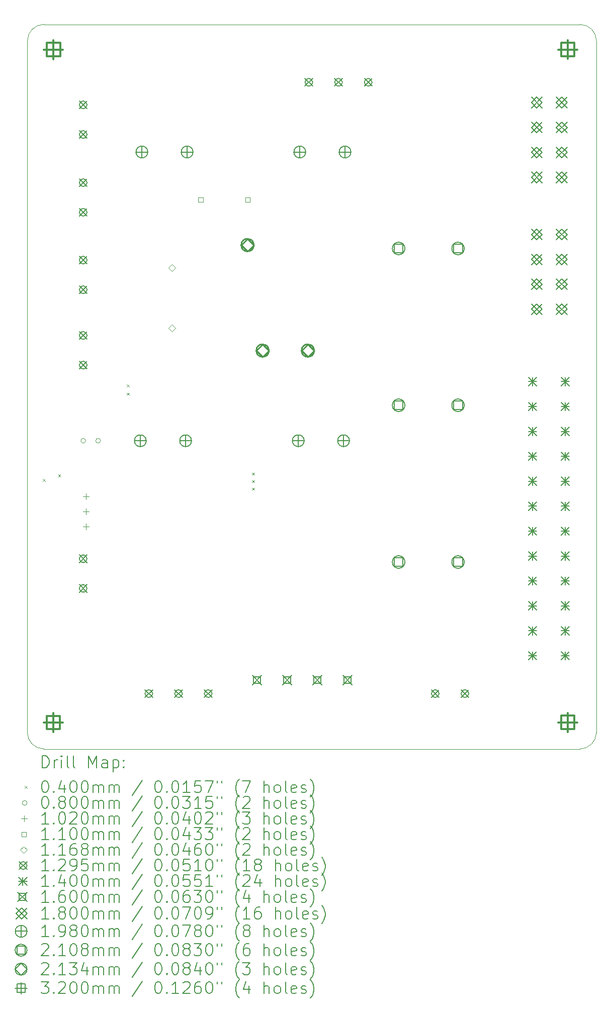
<source format=gbr>
%TF.GenerationSoftware,KiCad,Pcbnew,(6.0.10)*%
%TF.CreationDate,2023-01-26T21:45:52-05:00*%
%TF.ProjectId,Input,496e7075-742e-46b6-9963-61645f706362,rev?*%
%TF.SameCoordinates,Original*%
%TF.FileFunction,Drillmap*%
%TF.FilePolarity,Positive*%
%FSLAX45Y45*%
G04 Gerber Fmt 4.5, Leading zero omitted, Abs format (unit mm)*
G04 Created by KiCad (PCBNEW (6.0.10)) date 2023-01-26 21:45:52*
%MOMM*%
%LPD*%
G01*
G04 APERTURE LIST*
%ADD10C,0.100000*%
%ADD11C,0.200000*%
%ADD12C,0.040000*%
%ADD13C,0.080000*%
%ADD14C,0.102000*%
%ADD15C,0.110000*%
%ADD16C,0.116840*%
%ADD17C,0.129540*%
%ADD18C,0.140000*%
%ADD19C,0.160000*%
%ADD20C,0.180000*%
%ADD21C,0.198000*%
%ADD22C,0.210820*%
%ADD23C,0.213360*%
%ADD24C,0.320000*%
G04 APERTURE END LIST*
D10*
X19381204Y-4097766D02*
G75*
G03*
X19101804Y-3818366I-279404J-4D01*
G01*
X9799766Y-4097766D02*
X9798766Y-15748000D01*
X19100804Y-16027404D02*
G75*
G03*
X19380204Y-15748000I-4J279404D01*
G01*
X10079166Y-3818366D02*
G75*
G03*
X9799766Y-4097766I4J-279404D01*
G01*
X9798770Y-15748000D02*
G75*
G03*
X10078166Y-16027400I279400J0D01*
G01*
X19101804Y-3818366D02*
X10079166Y-3818366D01*
X10078166Y-16027400D02*
X19100804Y-16027400D01*
X19380204Y-15748000D02*
X19381204Y-4097766D01*
D11*
D12*
X10061050Y-11474800D02*
X10101050Y-11514800D01*
X10101050Y-11474800D02*
X10061050Y-11514800D01*
X10318800Y-11402350D02*
X10358800Y-11442350D01*
X10358800Y-11402350D02*
X10318800Y-11442350D01*
X11473500Y-9886000D02*
X11513500Y-9926000D01*
X11513500Y-9886000D02*
X11473500Y-9926000D01*
X11473500Y-10025700D02*
X11513500Y-10065700D01*
X11513500Y-10025700D02*
X11473500Y-10065700D01*
X13581700Y-11371900D02*
X13621700Y-11411900D01*
X13621700Y-11371900D02*
X13581700Y-11411900D01*
X13581700Y-11498900D02*
X13621700Y-11538900D01*
X13621700Y-11498900D02*
X13581700Y-11538900D01*
X13581700Y-11625900D02*
X13621700Y-11665900D01*
X13621700Y-11625900D02*
X13581700Y-11665900D01*
D13*
X10780438Y-10834400D02*
G75*
G03*
X10780438Y-10834400I-40000J0D01*
G01*
X11030438Y-10834400D02*
G75*
G03*
X11030438Y-10834400I-40000J0D01*
G01*
D14*
X10789980Y-11722200D02*
X10789980Y-11824200D01*
X10738980Y-11773200D02*
X10840980Y-11773200D01*
X10789980Y-11976200D02*
X10789980Y-12078200D01*
X10738980Y-12027200D02*
X10840980Y-12027200D01*
X10789980Y-12230200D02*
X10789980Y-12332200D01*
X10738980Y-12281200D02*
X10840980Y-12281200D01*
D15*
X12756291Y-6809291D02*
X12756291Y-6731509D01*
X12678509Y-6731509D01*
X12678509Y-6809291D01*
X12756291Y-6809291D01*
X13546291Y-6809291D02*
X13546291Y-6731509D01*
X13468509Y-6731509D01*
X13468509Y-6809291D01*
X13546291Y-6809291D01*
D16*
X12236180Y-7976900D02*
X12294600Y-7918480D01*
X12236180Y-7860060D01*
X12177760Y-7918480D01*
X12236180Y-7976900D01*
X12236180Y-8992900D02*
X12294600Y-8934480D01*
X12236180Y-8876060D01*
X12177760Y-8934480D01*
X12236180Y-8992900D01*
D17*
X10674410Y-5109430D02*
X10803950Y-5238970D01*
X10803950Y-5109430D02*
X10674410Y-5238970D01*
X10803950Y-5174200D02*
G75*
G03*
X10803950Y-5174200I-64770J0D01*
G01*
X10674410Y-5609430D02*
X10803950Y-5738970D01*
X10803950Y-5609430D02*
X10674410Y-5738970D01*
X10803950Y-5674200D02*
G75*
G03*
X10803950Y-5674200I-64770J0D01*
G01*
X10674410Y-6420070D02*
X10803950Y-6549610D01*
X10803950Y-6420070D02*
X10674410Y-6549610D01*
X10803950Y-6484840D02*
G75*
G03*
X10803950Y-6484840I-64770J0D01*
G01*
X10674410Y-6920070D02*
X10803950Y-7049610D01*
X10803950Y-6920070D02*
X10674410Y-7049610D01*
X10803950Y-6984840D02*
G75*
G03*
X10803950Y-6984840I-64770J0D01*
G01*
X10674410Y-7725630D02*
X10803950Y-7855170D01*
X10803950Y-7725630D02*
X10674410Y-7855170D01*
X10803950Y-7790400D02*
G75*
G03*
X10803950Y-7790400I-64770J0D01*
G01*
X10674410Y-8225630D02*
X10803950Y-8355170D01*
X10803950Y-8225630D02*
X10674410Y-8355170D01*
X10803950Y-8290400D02*
G75*
G03*
X10803950Y-8290400I-64770J0D01*
G01*
X10674410Y-8995630D02*
X10803950Y-9125170D01*
X10803950Y-8995630D02*
X10674410Y-9125170D01*
X10803950Y-9060400D02*
G75*
G03*
X10803950Y-9060400I-64770J0D01*
G01*
X10674410Y-9495630D02*
X10803950Y-9625170D01*
X10803950Y-9495630D02*
X10674410Y-9625170D01*
X10803950Y-9560400D02*
G75*
G03*
X10803950Y-9560400I-64770J0D01*
G01*
X10674410Y-12757530D02*
X10803950Y-12887070D01*
X10803950Y-12757530D02*
X10674410Y-12887070D01*
X10803950Y-12822300D02*
G75*
G03*
X10803950Y-12822300I-64770J0D01*
G01*
X10674410Y-13257530D02*
X10803950Y-13387070D01*
X10803950Y-13257530D02*
X10674410Y-13387070D01*
X10803950Y-13322300D02*
G75*
G03*
X10803950Y-13322300I-64770J0D01*
G01*
X11779630Y-15030130D02*
X11909170Y-15159670D01*
X11909170Y-15030130D02*
X11779630Y-15159670D01*
X11909170Y-15094900D02*
G75*
G03*
X11909170Y-15094900I-64770J0D01*
G01*
X12279630Y-15030130D02*
X12409170Y-15159670D01*
X12409170Y-15030130D02*
X12279630Y-15159670D01*
X12409170Y-15094900D02*
G75*
G03*
X12409170Y-15094900I-64770J0D01*
G01*
X12779630Y-15030130D02*
X12909170Y-15159670D01*
X12909170Y-15030130D02*
X12779630Y-15159670D01*
X12909170Y-15094900D02*
G75*
G03*
X12909170Y-15094900I-64770J0D01*
G01*
X14473030Y-4729830D02*
X14602570Y-4859370D01*
X14602570Y-4729830D02*
X14473030Y-4859370D01*
X14602570Y-4794600D02*
G75*
G03*
X14602570Y-4794600I-64770J0D01*
G01*
X14973030Y-4729830D02*
X15102570Y-4859370D01*
X15102570Y-4729830D02*
X14973030Y-4859370D01*
X15102570Y-4794600D02*
G75*
G03*
X15102570Y-4794600I-64770J0D01*
G01*
X15473030Y-4729830D02*
X15602570Y-4859370D01*
X15602570Y-4729830D02*
X15473030Y-4859370D01*
X15602570Y-4794600D02*
G75*
G03*
X15602570Y-4794600I-64770J0D01*
G01*
X16601630Y-15030130D02*
X16731170Y-15159670D01*
X16731170Y-15030130D02*
X16601630Y-15159670D01*
X16731170Y-15094900D02*
G75*
G03*
X16731170Y-15094900I-64770J0D01*
G01*
X17101630Y-15030130D02*
X17231170Y-15159670D01*
X17231170Y-15030130D02*
X17101630Y-15159670D01*
X17231170Y-15094900D02*
G75*
G03*
X17231170Y-15094900I-64770J0D01*
G01*
D18*
X18234600Y-9766200D02*
X18374600Y-9906200D01*
X18374600Y-9766200D02*
X18234600Y-9906200D01*
X18304600Y-9766200D02*
X18304600Y-9906200D01*
X18234600Y-9836200D02*
X18374600Y-9836200D01*
X18234600Y-10186200D02*
X18374600Y-10326200D01*
X18374600Y-10186200D02*
X18234600Y-10326200D01*
X18304600Y-10186200D02*
X18304600Y-10326200D01*
X18234600Y-10256200D02*
X18374600Y-10256200D01*
X18234600Y-10606200D02*
X18374600Y-10746200D01*
X18374600Y-10606200D02*
X18234600Y-10746200D01*
X18304600Y-10606200D02*
X18304600Y-10746200D01*
X18234600Y-10676200D02*
X18374600Y-10676200D01*
X18234600Y-11026200D02*
X18374600Y-11166200D01*
X18374600Y-11026200D02*
X18234600Y-11166200D01*
X18304600Y-11026200D02*
X18304600Y-11166200D01*
X18234600Y-11096200D02*
X18374600Y-11096200D01*
X18234600Y-11446200D02*
X18374600Y-11586200D01*
X18374600Y-11446200D02*
X18234600Y-11586200D01*
X18304600Y-11446200D02*
X18304600Y-11586200D01*
X18234600Y-11516200D02*
X18374600Y-11516200D01*
X18234600Y-11866200D02*
X18374600Y-12006200D01*
X18374600Y-11866200D02*
X18234600Y-12006200D01*
X18304600Y-11866200D02*
X18304600Y-12006200D01*
X18234600Y-11936200D02*
X18374600Y-11936200D01*
X18234600Y-12286200D02*
X18374600Y-12426200D01*
X18374600Y-12286200D02*
X18234600Y-12426200D01*
X18304600Y-12286200D02*
X18304600Y-12426200D01*
X18234600Y-12356200D02*
X18374600Y-12356200D01*
X18234600Y-12706200D02*
X18374600Y-12846200D01*
X18374600Y-12706200D02*
X18234600Y-12846200D01*
X18304600Y-12706200D02*
X18304600Y-12846200D01*
X18234600Y-12776200D02*
X18374600Y-12776200D01*
X18234600Y-13126200D02*
X18374600Y-13266200D01*
X18374600Y-13126200D02*
X18234600Y-13266200D01*
X18304600Y-13126200D02*
X18304600Y-13266200D01*
X18234600Y-13196200D02*
X18374600Y-13196200D01*
X18234600Y-13546200D02*
X18374600Y-13686200D01*
X18374600Y-13546200D02*
X18234600Y-13686200D01*
X18304600Y-13546200D02*
X18304600Y-13686200D01*
X18234600Y-13616200D02*
X18374600Y-13616200D01*
X18234600Y-13966200D02*
X18374600Y-14106200D01*
X18374600Y-13966200D02*
X18234600Y-14106200D01*
X18304600Y-13966200D02*
X18304600Y-14106200D01*
X18234600Y-14036200D02*
X18374600Y-14036200D01*
X18234600Y-14386200D02*
X18374600Y-14526200D01*
X18374600Y-14386200D02*
X18234600Y-14526200D01*
X18304600Y-14386200D02*
X18304600Y-14526200D01*
X18234600Y-14456200D02*
X18374600Y-14456200D01*
X18784600Y-9766200D02*
X18924600Y-9906200D01*
X18924600Y-9766200D02*
X18784600Y-9906200D01*
X18854600Y-9766200D02*
X18854600Y-9906200D01*
X18784600Y-9836200D02*
X18924600Y-9836200D01*
X18784600Y-10186200D02*
X18924600Y-10326200D01*
X18924600Y-10186200D02*
X18784600Y-10326200D01*
X18854600Y-10186200D02*
X18854600Y-10326200D01*
X18784600Y-10256200D02*
X18924600Y-10256200D01*
X18784600Y-10606200D02*
X18924600Y-10746200D01*
X18924600Y-10606200D02*
X18784600Y-10746200D01*
X18854600Y-10606200D02*
X18854600Y-10746200D01*
X18784600Y-10676200D02*
X18924600Y-10676200D01*
X18784600Y-11026200D02*
X18924600Y-11166200D01*
X18924600Y-11026200D02*
X18784600Y-11166200D01*
X18854600Y-11026200D02*
X18854600Y-11166200D01*
X18784600Y-11096200D02*
X18924600Y-11096200D01*
X18784600Y-11446200D02*
X18924600Y-11586200D01*
X18924600Y-11446200D02*
X18784600Y-11586200D01*
X18854600Y-11446200D02*
X18854600Y-11586200D01*
X18784600Y-11516200D02*
X18924600Y-11516200D01*
X18784600Y-11866200D02*
X18924600Y-12006200D01*
X18924600Y-11866200D02*
X18784600Y-12006200D01*
X18854600Y-11866200D02*
X18854600Y-12006200D01*
X18784600Y-11936200D02*
X18924600Y-11936200D01*
X18784600Y-12286200D02*
X18924600Y-12426200D01*
X18924600Y-12286200D02*
X18784600Y-12426200D01*
X18854600Y-12286200D02*
X18854600Y-12426200D01*
X18784600Y-12356200D02*
X18924600Y-12356200D01*
X18784600Y-12706200D02*
X18924600Y-12846200D01*
X18924600Y-12706200D02*
X18784600Y-12846200D01*
X18854600Y-12706200D02*
X18854600Y-12846200D01*
X18784600Y-12776200D02*
X18924600Y-12776200D01*
X18784600Y-13126200D02*
X18924600Y-13266200D01*
X18924600Y-13126200D02*
X18784600Y-13266200D01*
X18854600Y-13126200D02*
X18854600Y-13266200D01*
X18784600Y-13196200D02*
X18924600Y-13196200D01*
X18784600Y-13546200D02*
X18924600Y-13686200D01*
X18924600Y-13546200D02*
X18784600Y-13686200D01*
X18854600Y-13546200D02*
X18854600Y-13686200D01*
X18784600Y-13616200D02*
X18924600Y-13616200D01*
X18784600Y-13966200D02*
X18924600Y-14106200D01*
X18924600Y-13966200D02*
X18784600Y-14106200D01*
X18854600Y-13966200D02*
X18854600Y-14106200D01*
X18784600Y-14036200D02*
X18924600Y-14036200D01*
X18784600Y-14386200D02*
X18924600Y-14526200D01*
X18924600Y-14386200D02*
X18784600Y-14526200D01*
X18854600Y-14386200D02*
X18854600Y-14526200D01*
X18784600Y-14456200D02*
X18924600Y-14456200D01*
D19*
X13585200Y-14786100D02*
X13745200Y-14946100D01*
X13745200Y-14786100D02*
X13585200Y-14946100D01*
X13721769Y-14922669D02*
X13721769Y-14809531D01*
X13608631Y-14809531D01*
X13608631Y-14922669D01*
X13721769Y-14922669D01*
X14093200Y-14786100D02*
X14253200Y-14946100D01*
X14253200Y-14786100D02*
X14093200Y-14946100D01*
X14229769Y-14922669D02*
X14229769Y-14809531D01*
X14116631Y-14809531D01*
X14116631Y-14922669D01*
X14229769Y-14922669D01*
X14601200Y-14786100D02*
X14761200Y-14946100D01*
X14761200Y-14786100D02*
X14601200Y-14946100D01*
X14737769Y-14922669D02*
X14737769Y-14809531D01*
X14624631Y-14809531D01*
X14624631Y-14922669D01*
X14737769Y-14922669D01*
X15109200Y-14786100D02*
X15269200Y-14946100D01*
X15269200Y-14786100D02*
X15109200Y-14946100D01*
X15245769Y-14922669D02*
X15245769Y-14809531D01*
X15132631Y-14809531D01*
X15132631Y-14922669D01*
X15245769Y-14922669D01*
D20*
X18286000Y-5045480D02*
X18466000Y-5225480D01*
X18466000Y-5045480D02*
X18286000Y-5225480D01*
X18376000Y-5225480D02*
X18466000Y-5135480D01*
X18376000Y-5045480D01*
X18286000Y-5135480D01*
X18376000Y-5225480D01*
X18286000Y-5465480D02*
X18466000Y-5645480D01*
X18466000Y-5465480D02*
X18286000Y-5645480D01*
X18376000Y-5645480D02*
X18466000Y-5555480D01*
X18376000Y-5465480D01*
X18286000Y-5555480D01*
X18376000Y-5645480D01*
X18286000Y-5885480D02*
X18466000Y-6065480D01*
X18466000Y-5885480D02*
X18286000Y-6065480D01*
X18376000Y-6065480D02*
X18466000Y-5975480D01*
X18376000Y-5885480D01*
X18286000Y-5975480D01*
X18376000Y-6065480D01*
X18286000Y-6305480D02*
X18466000Y-6485480D01*
X18466000Y-6305480D02*
X18286000Y-6485480D01*
X18376000Y-6485480D02*
X18466000Y-6395480D01*
X18376000Y-6305480D01*
X18286000Y-6395480D01*
X18376000Y-6485480D01*
X18286000Y-7268300D02*
X18466000Y-7448300D01*
X18466000Y-7268300D02*
X18286000Y-7448300D01*
X18376000Y-7448300D02*
X18466000Y-7358300D01*
X18376000Y-7268300D01*
X18286000Y-7358300D01*
X18376000Y-7448300D01*
X18286000Y-7688300D02*
X18466000Y-7868300D01*
X18466000Y-7688300D02*
X18286000Y-7868300D01*
X18376000Y-7868300D02*
X18466000Y-7778300D01*
X18376000Y-7688300D01*
X18286000Y-7778300D01*
X18376000Y-7868300D01*
X18286000Y-8108300D02*
X18466000Y-8288300D01*
X18466000Y-8108300D02*
X18286000Y-8288300D01*
X18376000Y-8288300D02*
X18466000Y-8198300D01*
X18376000Y-8108300D01*
X18286000Y-8198300D01*
X18376000Y-8288300D01*
X18286000Y-8528300D02*
X18466000Y-8708300D01*
X18466000Y-8528300D02*
X18286000Y-8708300D01*
X18376000Y-8708300D02*
X18466000Y-8618300D01*
X18376000Y-8528300D01*
X18286000Y-8618300D01*
X18376000Y-8708300D01*
X18706000Y-5045480D02*
X18886000Y-5225480D01*
X18886000Y-5045480D02*
X18706000Y-5225480D01*
X18796000Y-5225480D02*
X18886000Y-5135480D01*
X18796000Y-5045480D01*
X18706000Y-5135480D01*
X18796000Y-5225480D01*
X18706000Y-5465480D02*
X18886000Y-5645480D01*
X18886000Y-5465480D02*
X18706000Y-5645480D01*
X18796000Y-5645480D02*
X18886000Y-5555480D01*
X18796000Y-5465480D01*
X18706000Y-5555480D01*
X18796000Y-5645480D01*
X18706000Y-5885480D02*
X18886000Y-6065480D01*
X18886000Y-5885480D02*
X18706000Y-6065480D01*
X18796000Y-6065480D02*
X18886000Y-5975480D01*
X18796000Y-5885480D01*
X18706000Y-5975480D01*
X18796000Y-6065480D01*
X18706000Y-6305480D02*
X18886000Y-6485480D01*
X18886000Y-6305480D02*
X18706000Y-6485480D01*
X18796000Y-6485480D02*
X18886000Y-6395480D01*
X18796000Y-6305480D01*
X18706000Y-6395480D01*
X18796000Y-6485480D01*
X18706000Y-7268300D02*
X18886000Y-7448300D01*
X18886000Y-7268300D02*
X18706000Y-7448300D01*
X18796000Y-7448300D02*
X18886000Y-7358300D01*
X18796000Y-7268300D01*
X18706000Y-7358300D01*
X18796000Y-7448300D01*
X18706000Y-7688300D02*
X18886000Y-7868300D01*
X18886000Y-7688300D02*
X18706000Y-7868300D01*
X18796000Y-7868300D02*
X18886000Y-7778300D01*
X18796000Y-7688300D01*
X18706000Y-7778300D01*
X18796000Y-7868300D01*
X18706000Y-8108300D02*
X18886000Y-8288300D01*
X18886000Y-8108300D02*
X18706000Y-8288300D01*
X18796000Y-8288300D02*
X18886000Y-8198300D01*
X18796000Y-8108300D01*
X18706000Y-8198300D01*
X18796000Y-8288300D01*
X18706000Y-8528300D02*
X18886000Y-8708300D01*
X18886000Y-8528300D02*
X18706000Y-8708300D01*
X18796000Y-8708300D02*
X18886000Y-8618300D01*
X18796000Y-8528300D01*
X18706000Y-8618300D01*
X18796000Y-8708300D01*
D21*
X11701700Y-10735400D02*
X11701700Y-10933400D01*
X11602700Y-10834400D02*
X11800700Y-10834400D01*
X11800700Y-10834400D02*
G75*
G03*
X11800700Y-10834400I-99000J0D01*
G01*
X11727100Y-5870000D02*
X11727100Y-6068000D01*
X11628100Y-5969000D02*
X11826100Y-5969000D01*
X11826100Y-5969000D02*
G75*
G03*
X11826100Y-5969000I-99000J0D01*
G01*
X12463700Y-10735400D02*
X12463700Y-10933400D01*
X12364700Y-10834400D02*
X12562700Y-10834400D01*
X12562700Y-10834400D02*
G75*
G03*
X12562700Y-10834400I-99000J0D01*
G01*
X12489100Y-5870000D02*
X12489100Y-6068000D01*
X12390100Y-5969000D02*
X12588100Y-5969000D01*
X12588100Y-5969000D02*
G75*
G03*
X12588100Y-5969000I-99000J0D01*
G01*
X14360700Y-10735400D02*
X14360700Y-10933400D01*
X14261700Y-10834400D02*
X14459700Y-10834400D01*
X14459700Y-10834400D02*
G75*
G03*
X14459700Y-10834400I-99000J0D01*
G01*
X14386100Y-5870000D02*
X14386100Y-6068000D01*
X14287100Y-5969000D02*
X14485100Y-5969000D01*
X14485100Y-5969000D02*
G75*
G03*
X14485100Y-5969000I-99000J0D01*
G01*
X15122700Y-10735400D02*
X15122700Y-10933400D01*
X15023700Y-10834400D02*
X15221700Y-10834400D01*
X15221700Y-10834400D02*
G75*
G03*
X15221700Y-10834400I-99000J0D01*
G01*
X15148100Y-5870000D02*
X15148100Y-6068000D01*
X15049100Y-5969000D02*
X15247100Y-5969000D01*
X15247100Y-5969000D02*
G75*
G03*
X15247100Y-5969000I-99000J0D01*
G01*
D22*
X16124387Y-7669137D02*
X16124387Y-7520063D01*
X15975313Y-7520063D01*
X15975313Y-7669137D01*
X16124387Y-7669137D01*
X16155260Y-7594600D02*
G75*
G03*
X16155260Y-7594600I-105410J0D01*
G01*
X16124387Y-10310737D02*
X16124387Y-10161663D01*
X15975313Y-10161663D01*
X15975313Y-10310737D01*
X16124387Y-10310737D01*
X16155260Y-10236200D02*
G75*
G03*
X16155260Y-10236200I-105410J0D01*
G01*
X16124387Y-12952337D02*
X16124387Y-12803263D01*
X15975313Y-12803263D01*
X15975313Y-12952337D01*
X16124387Y-12952337D01*
X16155260Y-12877800D02*
G75*
G03*
X16155260Y-12877800I-105410J0D01*
G01*
X17124387Y-7669137D02*
X17124387Y-7520063D01*
X16975313Y-7520063D01*
X16975313Y-7669137D01*
X17124387Y-7669137D01*
X17155260Y-7594600D02*
G75*
G03*
X17155260Y-7594600I-105410J0D01*
G01*
X17124387Y-10310737D02*
X17124387Y-10161663D01*
X16975313Y-10161663D01*
X16975313Y-10310737D01*
X17124387Y-10310737D01*
X17155260Y-10236200D02*
G75*
G03*
X17155260Y-10236200I-105410J0D01*
G01*
X17124387Y-12952337D02*
X17124387Y-12803263D01*
X16975313Y-12803263D01*
X16975313Y-12952337D01*
X17124387Y-12952337D01*
X17155260Y-12877800D02*
G75*
G03*
X17155260Y-12877800I-105410J0D01*
G01*
D23*
X13506180Y-7644160D02*
X13612860Y-7537480D01*
X13506180Y-7430800D01*
X13399500Y-7537480D01*
X13506180Y-7644160D01*
X13612860Y-7537480D02*
G75*
G03*
X13612860Y-7537480I-106680J0D01*
G01*
X13760180Y-9422160D02*
X13866860Y-9315480D01*
X13760180Y-9208800D01*
X13653500Y-9315480D01*
X13760180Y-9422160D01*
X13866860Y-9315480D02*
G75*
G03*
X13866860Y-9315480I-106680J0D01*
G01*
X14522180Y-9422160D02*
X14628860Y-9315480D01*
X14522180Y-9208800D01*
X14415500Y-9315480D01*
X14522180Y-9422160D01*
X14628860Y-9315480D02*
G75*
G03*
X14628860Y-9315480I-106680J0D01*
G01*
D24*
X10237200Y-15422900D02*
X10237200Y-15742900D01*
X10077200Y-15582900D02*
X10397200Y-15582900D01*
X10350338Y-15696038D02*
X10350338Y-15469762D01*
X10124062Y-15469762D01*
X10124062Y-15696038D01*
X10350338Y-15696038D01*
X10237600Y-4083600D02*
X10237600Y-4403600D01*
X10077600Y-4243600D02*
X10397600Y-4243600D01*
X10350738Y-4356738D02*
X10350738Y-4130462D01*
X10124462Y-4130462D01*
X10124462Y-4356738D01*
X10350738Y-4356738D01*
X18897600Y-4081800D02*
X18897600Y-4401800D01*
X18737600Y-4241800D02*
X19057600Y-4241800D01*
X19010738Y-4354938D02*
X19010738Y-4128662D01*
X18784462Y-4128662D01*
X18784462Y-4354938D01*
X19010738Y-4354938D01*
X18897600Y-15421100D02*
X18897600Y-15741100D01*
X18737600Y-15581100D02*
X19057600Y-15581100D01*
X19010738Y-15694238D02*
X19010738Y-15467962D01*
X18784462Y-15467962D01*
X18784462Y-15694238D01*
X19010738Y-15694238D01*
D11*
X10051385Y-16342876D02*
X10051385Y-16142876D01*
X10099004Y-16142876D01*
X10127575Y-16152400D01*
X10146623Y-16171448D01*
X10156147Y-16190495D01*
X10165670Y-16228590D01*
X10165670Y-16257162D01*
X10156147Y-16295257D01*
X10146623Y-16314305D01*
X10127575Y-16333352D01*
X10099004Y-16342876D01*
X10051385Y-16342876D01*
X10251385Y-16342876D02*
X10251385Y-16209543D01*
X10251385Y-16247638D02*
X10260908Y-16228590D01*
X10270432Y-16219067D01*
X10289480Y-16209543D01*
X10308528Y-16209543D01*
X10375194Y-16342876D02*
X10375194Y-16209543D01*
X10375194Y-16142876D02*
X10365670Y-16152400D01*
X10375194Y-16161924D01*
X10384718Y-16152400D01*
X10375194Y-16142876D01*
X10375194Y-16161924D01*
X10499004Y-16342876D02*
X10479956Y-16333352D01*
X10470432Y-16314305D01*
X10470432Y-16142876D01*
X10603766Y-16342876D02*
X10584718Y-16333352D01*
X10575194Y-16314305D01*
X10575194Y-16142876D01*
X10832337Y-16342876D02*
X10832337Y-16142876D01*
X10899004Y-16285733D01*
X10965670Y-16142876D01*
X10965670Y-16342876D01*
X11146623Y-16342876D02*
X11146623Y-16238114D01*
X11137099Y-16219067D01*
X11118051Y-16209543D01*
X11079956Y-16209543D01*
X11060908Y-16219067D01*
X11146623Y-16333352D02*
X11127575Y-16342876D01*
X11079956Y-16342876D01*
X11060908Y-16333352D01*
X11051385Y-16314305D01*
X11051385Y-16295257D01*
X11060908Y-16276209D01*
X11079956Y-16266686D01*
X11127575Y-16266686D01*
X11146623Y-16257162D01*
X11241861Y-16209543D02*
X11241861Y-16409543D01*
X11241861Y-16219067D02*
X11260908Y-16209543D01*
X11299004Y-16209543D01*
X11318051Y-16219067D01*
X11327575Y-16228590D01*
X11337099Y-16247638D01*
X11337099Y-16304781D01*
X11327575Y-16323828D01*
X11318051Y-16333352D01*
X11299004Y-16342876D01*
X11260908Y-16342876D01*
X11241861Y-16333352D01*
X11422813Y-16323828D02*
X11432337Y-16333352D01*
X11422813Y-16342876D01*
X11413289Y-16333352D01*
X11422813Y-16323828D01*
X11422813Y-16342876D01*
X11422813Y-16219067D02*
X11432337Y-16228590D01*
X11422813Y-16238114D01*
X11413289Y-16228590D01*
X11422813Y-16219067D01*
X11422813Y-16238114D01*
D12*
X9753766Y-16652400D02*
X9793766Y-16692400D01*
X9793766Y-16652400D02*
X9753766Y-16692400D01*
D11*
X10089480Y-16562876D02*
X10108528Y-16562876D01*
X10127575Y-16572400D01*
X10137099Y-16581924D01*
X10146623Y-16600971D01*
X10156147Y-16639067D01*
X10156147Y-16686686D01*
X10146623Y-16724781D01*
X10137099Y-16743828D01*
X10127575Y-16753352D01*
X10108528Y-16762876D01*
X10089480Y-16762876D01*
X10070432Y-16753352D01*
X10060908Y-16743828D01*
X10051385Y-16724781D01*
X10041861Y-16686686D01*
X10041861Y-16639067D01*
X10051385Y-16600971D01*
X10060908Y-16581924D01*
X10070432Y-16572400D01*
X10089480Y-16562876D01*
X10241861Y-16743828D02*
X10251385Y-16753352D01*
X10241861Y-16762876D01*
X10232337Y-16753352D01*
X10241861Y-16743828D01*
X10241861Y-16762876D01*
X10422813Y-16629543D02*
X10422813Y-16762876D01*
X10375194Y-16553352D02*
X10327575Y-16696209D01*
X10451385Y-16696209D01*
X10565670Y-16562876D02*
X10584718Y-16562876D01*
X10603766Y-16572400D01*
X10613289Y-16581924D01*
X10622813Y-16600971D01*
X10632337Y-16639067D01*
X10632337Y-16686686D01*
X10622813Y-16724781D01*
X10613289Y-16743828D01*
X10603766Y-16753352D01*
X10584718Y-16762876D01*
X10565670Y-16762876D01*
X10546623Y-16753352D01*
X10537099Y-16743828D01*
X10527575Y-16724781D01*
X10518051Y-16686686D01*
X10518051Y-16639067D01*
X10527575Y-16600971D01*
X10537099Y-16581924D01*
X10546623Y-16572400D01*
X10565670Y-16562876D01*
X10756147Y-16562876D02*
X10775194Y-16562876D01*
X10794242Y-16572400D01*
X10803766Y-16581924D01*
X10813289Y-16600971D01*
X10822813Y-16639067D01*
X10822813Y-16686686D01*
X10813289Y-16724781D01*
X10803766Y-16743828D01*
X10794242Y-16753352D01*
X10775194Y-16762876D01*
X10756147Y-16762876D01*
X10737099Y-16753352D01*
X10727575Y-16743828D01*
X10718051Y-16724781D01*
X10708528Y-16686686D01*
X10708528Y-16639067D01*
X10718051Y-16600971D01*
X10727575Y-16581924D01*
X10737099Y-16572400D01*
X10756147Y-16562876D01*
X10908528Y-16762876D02*
X10908528Y-16629543D01*
X10908528Y-16648590D02*
X10918051Y-16639067D01*
X10937099Y-16629543D01*
X10965670Y-16629543D01*
X10984718Y-16639067D01*
X10994242Y-16658114D01*
X10994242Y-16762876D01*
X10994242Y-16658114D02*
X11003766Y-16639067D01*
X11022813Y-16629543D01*
X11051385Y-16629543D01*
X11070432Y-16639067D01*
X11079956Y-16658114D01*
X11079956Y-16762876D01*
X11175194Y-16762876D02*
X11175194Y-16629543D01*
X11175194Y-16648590D02*
X11184718Y-16639067D01*
X11203766Y-16629543D01*
X11232337Y-16629543D01*
X11251385Y-16639067D01*
X11260908Y-16658114D01*
X11260908Y-16762876D01*
X11260908Y-16658114D02*
X11270432Y-16639067D01*
X11289480Y-16629543D01*
X11318051Y-16629543D01*
X11337099Y-16639067D01*
X11346623Y-16658114D01*
X11346623Y-16762876D01*
X11737099Y-16553352D02*
X11565670Y-16810495D01*
X11994242Y-16562876D02*
X12013289Y-16562876D01*
X12032337Y-16572400D01*
X12041861Y-16581924D01*
X12051385Y-16600971D01*
X12060908Y-16639067D01*
X12060908Y-16686686D01*
X12051385Y-16724781D01*
X12041861Y-16743828D01*
X12032337Y-16753352D01*
X12013289Y-16762876D01*
X11994242Y-16762876D01*
X11975194Y-16753352D01*
X11965670Y-16743828D01*
X11956146Y-16724781D01*
X11946623Y-16686686D01*
X11946623Y-16639067D01*
X11956146Y-16600971D01*
X11965670Y-16581924D01*
X11975194Y-16572400D01*
X11994242Y-16562876D01*
X12146623Y-16743828D02*
X12156146Y-16753352D01*
X12146623Y-16762876D01*
X12137099Y-16753352D01*
X12146623Y-16743828D01*
X12146623Y-16762876D01*
X12279956Y-16562876D02*
X12299004Y-16562876D01*
X12318051Y-16572400D01*
X12327575Y-16581924D01*
X12337099Y-16600971D01*
X12346623Y-16639067D01*
X12346623Y-16686686D01*
X12337099Y-16724781D01*
X12327575Y-16743828D01*
X12318051Y-16753352D01*
X12299004Y-16762876D01*
X12279956Y-16762876D01*
X12260908Y-16753352D01*
X12251385Y-16743828D01*
X12241861Y-16724781D01*
X12232337Y-16686686D01*
X12232337Y-16639067D01*
X12241861Y-16600971D01*
X12251385Y-16581924D01*
X12260908Y-16572400D01*
X12279956Y-16562876D01*
X12537099Y-16762876D02*
X12422813Y-16762876D01*
X12479956Y-16762876D02*
X12479956Y-16562876D01*
X12460908Y-16591448D01*
X12441861Y-16610495D01*
X12422813Y-16620019D01*
X12718051Y-16562876D02*
X12622813Y-16562876D01*
X12613289Y-16658114D01*
X12622813Y-16648590D01*
X12641861Y-16639067D01*
X12689480Y-16639067D01*
X12708527Y-16648590D01*
X12718051Y-16658114D01*
X12727575Y-16677162D01*
X12727575Y-16724781D01*
X12718051Y-16743828D01*
X12708527Y-16753352D01*
X12689480Y-16762876D01*
X12641861Y-16762876D01*
X12622813Y-16753352D01*
X12613289Y-16743828D01*
X12794242Y-16562876D02*
X12927575Y-16562876D01*
X12841861Y-16762876D01*
X12994242Y-16562876D02*
X12994242Y-16600971D01*
X13070432Y-16562876D02*
X13070432Y-16600971D01*
X13365670Y-16839067D02*
X13356146Y-16829543D01*
X13337099Y-16800971D01*
X13327575Y-16781924D01*
X13318051Y-16753352D01*
X13308527Y-16705733D01*
X13308527Y-16667638D01*
X13318051Y-16620019D01*
X13327575Y-16591448D01*
X13337099Y-16572400D01*
X13356146Y-16543828D01*
X13365670Y-16534305D01*
X13422813Y-16562876D02*
X13556146Y-16562876D01*
X13470432Y-16762876D01*
X13784718Y-16762876D02*
X13784718Y-16562876D01*
X13870432Y-16762876D02*
X13870432Y-16658114D01*
X13860908Y-16639067D01*
X13841861Y-16629543D01*
X13813289Y-16629543D01*
X13794242Y-16639067D01*
X13784718Y-16648590D01*
X13994242Y-16762876D02*
X13975194Y-16753352D01*
X13965670Y-16743828D01*
X13956146Y-16724781D01*
X13956146Y-16667638D01*
X13965670Y-16648590D01*
X13975194Y-16639067D01*
X13994242Y-16629543D01*
X14022813Y-16629543D01*
X14041861Y-16639067D01*
X14051385Y-16648590D01*
X14060908Y-16667638D01*
X14060908Y-16724781D01*
X14051385Y-16743828D01*
X14041861Y-16753352D01*
X14022813Y-16762876D01*
X13994242Y-16762876D01*
X14175194Y-16762876D02*
X14156146Y-16753352D01*
X14146623Y-16734305D01*
X14146623Y-16562876D01*
X14327575Y-16753352D02*
X14308527Y-16762876D01*
X14270432Y-16762876D01*
X14251385Y-16753352D01*
X14241861Y-16734305D01*
X14241861Y-16658114D01*
X14251385Y-16639067D01*
X14270432Y-16629543D01*
X14308527Y-16629543D01*
X14327575Y-16639067D01*
X14337099Y-16658114D01*
X14337099Y-16677162D01*
X14241861Y-16696209D01*
X14413289Y-16753352D02*
X14432337Y-16762876D01*
X14470432Y-16762876D01*
X14489480Y-16753352D01*
X14499004Y-16734305D01*
X14499004Y-16724781D01*
X14489480Y-16705733D01*
X14470432Y-16696209D01*
X14441861Y-16696209D01*
X14422813Y-16686686D01*
X14413289Y-16667638D01*
X14413289Y-16658114D01*
X14422813Y-16639067D01*
X14441861Y-16629543D01*
X14470432Y-16629543D01*
X14489480Y-16639067D01*
X14565670Y-16839067D02*
X14575194Y-16829543D01*
X14594242Y-16800971D01*
X14603765Y-16781924D01*
X14613289Y-16753352D01*
X14622813Y-16705733D01*
X14622813Y-16667638D01*
X14613289Y-16620019D01*
X14603765Y-16591448D01*
X14594242Y-16572400D01*
X14575194Y-16543828D01*
X14565670Y-16534305D01*
D13*
X9793766Y-16936400D02*
G75*
G03*
X9793766Y-16936400I-40000J0D01*
G01*
D11*
X10089480Y-16826876D02*
X10108528Y-16826876D01*
X10127575Y-16836400D01*
X10137099Y-16845924D01*
X10146623Y-16864971D01*
X10156147Y-16903067D01*
X10156147Y-16950686D01*
X10146623Y-16988781D01*
X10137099Y-17007829D01*
X10127575Y-17017352D01*
X10108528Y-17026876D01*
X10089480Y-17026876D01*
X10070432Y-17017352D01*
X10060908Y-17007829D01*
X10051385Y-16988781D01*
X10041861Y-16950686D01*
X10041861Y-16903067D01*
X10051385Y-16864971D01*
X10060908Y-16845924D01*
X10070432Y-16836400D01*
X10089480Y-16826876D01*
X10241861Y-17007829D02*
X10251385Y-17017352D01*
X10241861Y-17026876D01*
X10232337Y-17017352D01*
X10241861Y-17007829D01*
X10241861Y-17026876D01*
X10365670Y-16912590D02*
X10346623Y-16903067D01*
X10337099Y-16893543D01*
X10327575Y-16874495D01*
X10327575Y-16864971D01*
X10337099Y-16845924D01*
X10346623Y-16836400D01*
X10365670Y-16826876D01*
X10403766Y-16826876D01*
X10422813Y-16836400D01*
X10432337Y-16845924D01*
X10441861Y-16864971D01*
X10441861Y-16874495D01*
X10432337Y-16893543D01*
X10422813Y-16903067D01*
X10403766Y-16912590D01*
X10365670Y-16912590D01*
X10346623Y-16922114D01*
X10337099Y-16931638D01*
X10327575Y-16950686D01*
X10327575Y-16988781D01*
X10337099Y-17007829D01*
X10346623Y-17017352D01*
X10365670Y-17026876D01*
X10403766Y-17026876D01*
X10422813Y-17017352D01*
X10432337Y-17007829D01*
X10441861Y-16988781D01*
X10441861Y-16950686D01*
X10432337Y-16931638D01*
X10422813Y-16922114D01*
X10403766Y-16912590D01*
X10565670Y-16826876D02*
X10584718Y-16826876D01*
X10603766Y-16836400D01*
X10613289Y-16845924D01*
X10622813Y-16864971D01*
X10632337Y-16903067D01*
X10632337Y-16950686D01*
X10622813Y-16988781D01*
X10613289Y-17007829D01*
X10603766Y-17017352D01*
X10584718Y-17026876D01*
X10565670Y-17026876D01*
X10546623Y-17017352D01*
X10537099Y-17007829D01*
X10527575Y-16988781D01*
X10518051Y-16950686D01*
X10518051Y-16903067D01*
X10527575Y-16864971D01*
X10537099Y-16845924D01*
X10546623Y-16836400D01*
X10565670Y-16826876D01*
X10756147Y-16826876D02*
X10775194Y-16826876D01*
X10794242Y-16836400D01*
X10803766Y-16845924D01*
X10813289Y-16864971D01*
X10822813Y-16903067D01*
X10822813Y-16950686D01*
X10813289Y-16988781D01*
X10803766Y-17007829D01*
X10794242Y-17017352D01*
X10775194Y-17026876D01*
X10756147Y-17026876D01*
X10737099Y-17017352D01*
X10727575Y-17007829D01*
X10718051Y-16988781D01*
X10708528Y-16950686D01*
X10708528Y-16903067D01*
X10718051Y-16864971D01*
X10727575Y-16845924D01*
X10737099Y-16836400D01*
X10756147Y-16826876D01*
X10908528Y-17026876D02*
X10908528Y-16893543D01*
X10908528Y-16912590D02*
X10918051Y-16903067D01*
X10937099Y-16893543D01*
X10965670Y-16893543D01*
X10984718Y-16903067D01*
X10994242Y-16922114D01*
X10994242Y-17026876D01*
X10994242Y-16922114D02*
X11003766Y-16903067D01*
X11022813Y-16893543D01*
X11051385Y-16893543D01*
X11070432Y-16903067D01*
X11079956Y-16922114D01*
X11079956Y-17026876D01*
X11175194Y-17026876D02*
X11175194Y-16893543D01*
X11175194Y-16912590D02*
X11184718Y-16903067D01*
X11203766Y-16893543D01*
X11232337Y-16893543D01*
X11251385Y-16903067D01*
X11260908Y-16922114D01*
X11260908Y-17026876D01*
X11260908Y-16922114D02*
X11270432Y-16903067D01*
X11289480Y-16893543D01*
X11318051Y-16893543D01*
X11337099Y-16903067D01*
X11346623Y-16922114D01*
X11346623Y-17026876D01*
X11737099Y-16817352D02*
X11565670Y-17074495D01*
X11994242Y-16826876D02*
X12013289Y-16826876D01*
X12032337Y-16836400D01*
X12041861Y-16845924D01*
X12051385Y-16864971D01*
X12060908Y-16903067D01*
X12060908Y-16950686D01*
X12051385Y-16988781D01*
X12041861Y-17007829D01*
X12032337Y-17017352D01*
X12013289Y-17026876D01*
X11994242Y-17026876D01*
X11975194Y-17017352D01*
X11965670Y-17007829D01*
X11956146Y-16988781D01*
X11946623Y-16950686D01*
X11946623Y-16903067D01*
X11956146Y-16864971D01*
X11965670Y-16845924D01*
X11975194Y-16836400D01*
X11994242Y-16826876D01*
X12146623Y-17007829D02*
X12156146Y-17017352D01*
X12146623Y-17026876D01*
X12137099Y-17017352D01*
X12146623Y-17007829D01*
X12146623Y-17026876D01*
X12279956Y-16826876D02*
X12299004Y-16826876D01*
X12318051Y-16836400D01*
X12327575Y-16845924D01*
X12337099Y-16864971D01*
X12346623Y-16903067D01*
X12346623Y-16950686D01*
X12337099Y-16988781D01*
X12327575Y-17007829D01*
X12318051Y-17017352D01*
X12299004Y-17026876D01*
X12279956Y-17026876D01*
X12260908Y-17017352D01*
X12251385Y-17007829D01*
X12241861Y-16988781D01*
X12232337Y-16950686D01*
X12232337Y-16903067D01*
X12241861Y-16864971D01*
X12251385Y-16845924D01*
X12260908Y-16836400D01*
X12279956Y-16826876D01*
X12413289Y-16826876D02*
X12537099Y-16826876D01*
X12470432Y-16903067D01*
X12499004Y-16903067D01*
X12518051Y-16912590D01*
X12527575Y-16922114D01*
X12537099Y-16941162D01*
X12537099Y-16988781D01*
X12527575Y-17007829D01*
X12518051Y-17017352D01*
X12499004Y-17026876D01*
X12441861Y-17026876D01*
X12422813Y-17017352D01*
X12413289Y-17007829D01*
X12727575Y-17026876D02*
X12613289Y-17026876D01*
X12670432Y-17026876D02*
X12670432Y-16826876D01*
X12651385Y-16855448D01*
X12632337Y-16874495D01*
X12613289Y-16884019D01*
X12908527Y-16826876D02*
X12813289Y-16826876D01*
X12803765Y-16922114D01*
X12813289Y-16912590D01*
X12832337Y-16903067D01*
X12879956Y-16903067D01*
X12899004Y-16912590D01*
X12908527Y-16922114D01*
X12918051Y-16941162D01*
X12918051Y-16988781D01*
X12908527Y-17007829D01*
X12899004Y-17017352D01*
X12879956Y-17026876D01*
X12832337Y-17026876D01*
X12813289Y-17017352D01*
X12803765Y-17007829D01*
X12994242Y-16826876D02*
X12994242Y-16864971D01*
X13070432Y-16826876D02*
X13070432Y-16864971D01*
X13365670Y-17103067D02*
X13356146Y-17093543D01*
X13337099Y-17064971D01*
X13327575Y-17045924D01*
X13318051Y-17017352D01*
X13308527Y-16969733D01*
X13308527Y-16931638D01*
X13318051Y-16884019D01*
X13327575Y-16855448D01*
X13337099Y-16836400D01*
X13356146Y-16807829D01*
X13365670Y-16798305D01*
X13432337Y-16845924D02*
X13441861Y-16836400D01*
X13460908Y-16826876D01*
X13508527Y-16826876D01*
X13527575Y-16836400D01*
X13537099Y-16845924D01*
X13546623Y-16864971D01*
X13546623Y-16884019D01*
X13537099Y-16912590D01*
X13422813Y-17026876D01*
X13546623Y-17026876D01*
X13784718Y-17026876D02*
X13784718Y-16826876D01*
X13870432Y-17026876D02*
X13870432Y-16922114D01*
X13860908Y-16903067D01*
X13841861Y-16893543D01*
X13813289Y-16893543D01*
X13794242Y-16903067D01*
X13784718Y-16912590D01*
X13994242Y-17026876D02*
X13975194Y-17017352D01*
X13965670Y-17007829D01*
X13956146Y-16988781D01*
X13956146Y-16931638D01*
X13965670Y-16912590D01*
X13975194Y-16903067D01*
X13994242Y-16893543D01*
X14022813Y-16893543D01*
X14041861Y-16903067D01*
X14051385Y-16912590D01*
X14060908Y-16931638D01*
X14060908Y-16988781D01*
X14051385Y-17007829D01*
X14041861Y-17017352D01*
X14022813Y-17026876D01*
X13994242Y-17026876D01*
X14175194Y-17026876D02*
X14156146Y-17017352D01*
X14146623Y-16998305D01*
X14146623Y-16826876D01*
X14327575Y-17017352D02*
X14308527Y-17026876D01*
X14270432Y-17026876D01*
X14251385Y-17017352D01*
X14241861Y-16998305D01*
X14241861Y-16922114D01*
X14251385Y-16903067D01*
X14270432Y-16893543D01*
X14308527Y-16893543D01*
X14327575Y-16903067D01*
X14337099Y-16922114D01*
X14337099Y-16941162D01*
X14241861Y-16960210D01*
X14413289Y-17017352D02*
X14432337Y-17026876D01*
X14470432Y-17026876D01*
X14489480Y-17017352D01*
X14499004Y-16998305D01*
X14499004Y-16988781D01*
X14489480Y-16969733D01*
X14470432Y-16960210D01*
X14441861Y-16960210D01*
X14422813Y-16950686D01*
X14413289Y-16931638D01*
X14413289Y-16922114D01*
X14422813Y-16903067D01*
X14441861Y-16893543D01*
X14470432Y-16893543D01*
X14489480Y-16903067D01*
X14565670Y-17103067D02*
X14575194Y-17093543D01*
X14594242Y-17064971D01*
X14603765Y-17045924D01*
X14613289Y-17017352D01*
X14622813Y-16969733D01*
X14622813Y-16931638D01*
X14613289Y-16884019D01*
X14603765Y-16855448D01*
X14594242Y-16836400D01*
X14575194Y-16807829D01*
X14565670Y-16798305D01*
D14*
X9742766Y-17149400D02*
X9742766Y-17251400D01*
X9691766Y-17200400D02*
X9793766Y-17200400D01*
D11*
X10156147Y-17290876D02*
X10041861Y-17290876D01*
X10099004Y-17290876D02*
X10099004Y-17090876D01*
X10079956Y-17119448D01*
X10060908Y-17138495D01*
X10041861Y-17148019D01*
X10241861Y-17271829D02*
X10251385Y-17281352D01*
X10241861Y-17290876D01*
X10232337Y-17281352D01*
X10241861Y-17271829D01*
X10241861Y-17290876D01*
X10375194Y-17090876D02*
X10394242Y-17090876D01*
X10413289Y-17100400D01*
X10422813Y-17109924D01*
X10432337Y-17128971D01*
X10441861Y-17167067D01*
X10441861Y-17214686D01*
X10432337Y-17252781D01*
X10422813Y-17271829D01*
X10413289Y-17281352D01*
X10394242Y-17290876D01*
X10375194Y-17290876D01*
X10356147Y-17281352D01*
X10346623Y-17271829D01*
X10337099Y-17252781D01*
X10327575Y-17214686D01*
X10327575Y-17167067D01*
X10337099Y-17128971D01*
X10346623Y-17109924D01*
X10356147Y-17100400D01*
X10375194Y-17090876D01*
X10518051Y-17109924D02*
X10527575Y-17100400D01*
X10546623Y-17090876D01*
X10594242Y-17090876D01*
X10613289Y-17100400D01*
X10622813Y-17109924D01*
X10632337Y-17128971D01*
X10632337Y-17148019D01*
X10622813Y-17176590D01*
X10508528Y-17290876D01*
X10632337Y-17290876D01*
X10756147Y-17090876D02*
X10775194Y-17090876D01*
X10794242Y-17100400D01*
X10803766Y-17109924D01*
X10813289Y-17128971D01*
X10822813Y-17167067D01*
X10822813Y-17214686D01*
X10813289Y-17252781D01*
X10803766Y-17271829D01*
X10794242Y-17281352D01*
X10775194Y-17290876D01*
X10756147Y-17290876D01*
X10737099Y-17281352D01*
X10727575Y-17271829D01*
X10718051Y-17252781D01*
X10708528Y-17214686D01*
X10708528Y-17167067D01*
X10718051Y-17128971D01*
X10727575Y-17109924D01*
X10737099Y-17100400D01*
X10756147Y-17090876D01*
X10908528Y-17290876D02*
X10908528Y-17157543D01*
X10908528Y-17176590D02*
X10918051Y-17167067D01*
X10937099Y-17157543D01*
X10965670Y-17157543D01*
X10984718Y-17167067D01*
X10994242Y-17186114D01*
X10994242Y-17290876D01*
X10994242Y-17186114D02*
X11003766Y-17167067D01*
X11022813Y-17157543D01*
X11051385Y-17157543D01*
X11070432Y-17167067D01*
X11079956Y-17186114D01*
X11079956Y-17290876D01*
X11175194Y-17290876D02*
X11175194Y-17157543D01*
X11175194Y-17176590D02*
X11184718Y-17167067D01*
X11203766Y-17157543D01*
X11232337Y-17157543D01*
X11251385Y-17167067D01*
X11260908Y-17186114D01*
X11260908Y-17290876D01*
X11260908Y-17186114D02*
X11270432Y-17167067D01*
X11289480Y-17157543D01*
X11318051Y-17157543D01*
X11337099Y-17167067D01*
X11346623Y-17186114D01*
X11346623Y-17290876D01*
X11737099Y-17081352D02*
X11565670Y-17338495D01*
X11994242Y-17090876D02*
X12013289Y-17090876D01*
X12032337Y-17100400D01*
X12041861Y-17109924D01*
X12051385Y-17128971D01*
X12060908Y-17167067D01*
X12060908Y-17214686D01*
X12051385Y-17252781D01*
X12041861Y-17271829D01*
X12032337Y-17281352D01*
X12013289Y-17290876D01*
X11994242Y-17290876D01*
X11975194Y-17281352D01*
X11965670Y-17271829D01*
X11956146Y-17252781D01*
X11946623Y-17214686D01*
X11946623Y-17167067D01*
X11956146Y-17128971D01*
X11965670Y-17109924D01*
X11975194Y-17100400D01*
X11994242Y-17090876D01*
X12146623Y-17271829D02*
X12156146Y-17281352D01*
X12146623Y-17290876D01*
X12137099Y-17281352D01*
X12146623Y-17271829D01*
X12146623Y-17290876D01*
X12279956Y-17090876D02*
X12299004Y-17090876D01*
X12318051Y-17100400D01*
X12327575Y-17109924D01*
X12337099Y-17128971D01*
X12346623Y-17167067D01*
X12346623Y-17214686D01*
X12337099Y-17252781D01*
X12327575Y-17271829D01*
X12318051Y-17281352D01*
X12299004Y-17290876D01*
X12279956Y-17290876D01*
X12260908Y-17281352D01*
X12251385Y-17271829D01*
X12241861Y-17252781D01*
X12232337Y-17214686D01*
X12232337Y-17167067D01*
X12241861Y-17128971D01*
X12251385Y-17109924D01*
X12260908Y-17100400D01*
X12279956Y-17090876D01*
X12518051Y-17157543D02*
X12518051Y-17290876D01*
X12470432Y-17081352D02*
X12422813Y-17224210D01*
X12546623Y-17224210D01*
X12660908Y-17090876D02*
X12679956Y-17090876D01*
X12699004Y-17100400D01*
X12708527Y-17109924D01*
X12718051Y-17128971D01*
X12727575Y-17167067D01*
X12727575Y-17214686D01*
X12718051Y-17252781D01*
X12708527Y-17271829D01*
X12699004Y-17281352D01*
X12679956Y-17290876D01*
X12660908Y-17290876D01*
X12641861Y-17281352D01*
X12632337Y-17271829D01*
X12622813Y-17252781D01*
X12613289Y-17214686D01*
X12613289Y-17167067D01*
X12622813Y-17128971D01*
X12632337Y-17109924D01*
X12641861Y-17100400D01*
X12660908Y-17090876D01*
X12803765Y-17109924D02*
X12813289Y-17100400D01*
X12832337Y-17090876D01*
X12879956Y-17090876D01*
X12899004Y-17100400D01*
X12908527Y-17109924D01*
X12918051Y-17128971D01*
X12918051Y-17148019D01*
X12908527Y-17176590D01*
X12794242Y-17290876D01*
X12918051Y-17290876D01*
X12994242Y-17090876D02*
X12994242Y-17128971D01*
X13070432Y-17090876D02*
X13070432Y-17128971D01*
X13365670Y-17367067D02*
X13356146Y-17357543D01*
X13337099Y-17328971D01*
X13327575Y-17309924D01*
X13318051Y-17281352D01*
X13308527Y-17233733D01*
X13308527Y-17195638D01*
X13318051Y-17148019D01*
X13327575Y-17119448D01*
X13337099Y-17100400D01*
X13356146Y-17071829D01*
X13365670Y-17062305D01*
X13422813Y-17090876D02*
X13546623Y-17090876D01*
X13479956Y-17167067D01*
X13508527Y-17167067D01*
X13527575Y-17176590D01*
X13537099Y-17186114D01*
X13546623Y-17205162D01*
X13546623Y-17252781D01*
X13537099Y-17271829D01*
X13527575Y-17281352D01*
X13508527Y-17290876D01*
X13451385Y-17290876D01*
X13432337Y-17281352D01*
X13422813Y-17271829D01*
X13784718Y-17290876D02*
X13784718Y-17090876D01*
X13870432Y-17290876D02*
X13870432Y-17186114D01*
X13860908Y-17167067D01*
X13841861Y-17157543D01*
X13813289Y-17157543D01*
X13794242Y-17167067D01*
X13784718Y-17176590D01*
X13994242Y-17290876D02*
X13975194Y-17281352D01*
X13965670Y-17271829D01*
X13956146Y-17252781D01*
X13956146Y-17195638D01*
X13965670Y-17176590D01*
X13975194Y-17167067D01*
X13994242Y-17157543D01*
X14022813Y-17157543D01*
X14041861Y-17167067D01*
X14051385Y-17176590D01*
X14060908Y-17195638D01*
X14060908Y-17252781D01*
X14051385Y-17271829D01*
X14041861Y-17281352D01*
X14022813Y-17290876D01*
X13994242Y-17290876D01*
X14175194Y-17290876D02*
X14156146Y-17281352D01*
X14146623Y-17262305D01*
X14146623Y-17090876D01*
X14327575Y-17281352D02*
X14308527Y-17290876D01*
X14270432Y-17290876D01*
X14251385Y-17281352D01*
X14241861Y-17262305D01*
X14241861Y-17186114D01*
X14251385Y-17167067D01*
X14270432Y-17157543D01*
X14308527Y-17157543D01*
X14327575Y-17167067D01*
X14337099Y-17186114D01*
X14337099Y-17205162D01*
X14241861Y-17224210D01*
X14413289Y-17281352D02*
X14432337Y-17290876D01*
X14470432Y-17290876D01*
X14489480Y-17281352D01*
X14499004Y-17262305D01*
X14499004Y-17252781D01*
X14489480Y-17233733D01*
X14470432Y-17224210D01*
X14441861Y-17224210D01*
X14422813Y-17214686D01*
X14413289Y-17195638D01*
X14413289Y-17186114D01*
X14422813Y-17167067D01*
X14441861Y-17157543D01*
X14470432Y-17157543D01*
X14489480Y-17167067D01*
X14565670Y-17367067D02*
X14575194Y-17357543D01*
X14594242Y-17328971D01*
X14603765Y-17309924D01*
X14613289Y-17281352D01*
X14622813Y-17233733D01*
X14622813Y-17195638D01*
X14613289Y-17148019D01*
X14603765Y-17119448D01*
X14594242Y-17100400D01*
X14575194Y-17071829D01*
X14565670Y-17062305D01*
D15*
X9777657Y-17503291D02*
X9777657Y-17425509D01*
X9699874Y-17425509D01*
X9699874Y-17503291D01*
X9777657Y-17503291D01*
D11*
X10156147Y-17554876D02*
X10041861Y-17554876D01*
X10099004Y-17554876D02*
X10099004Y-17354876D01*
X10079956Y-17383448D01*
X10060908Y-17402495D01*
X10041861Y-17412019D01*
X10241861Y-17535829D02*
X10251385Y-17545352D01*
X10241861Y-17554876D01*
X10232337Y-17545352D01*
X10241861Y-17535829D01*
X10241861Y-17554876D01*
X10441861Y-17554876D02*
X10327575Y-17554876D01*
X10384718Y-17554876D02*
X10384718Y-17354876D01*
X10365670Y-17383448D01*
X10346623Y-17402495D01*
X10327575Y-17412019D01*
X10565670Y-17354876D02*
X10584718Y-17354876D01*
X10603766Y-17364400D01*
X10613289Y-17373924D01*
X10622813Y-17392971D01*
X10632337Y-17431067D01*
X10632337Y-17478686D01*
X10622813Y-17516781D01*
X10613289Y-17535829D01*
X10603766Y-17545352D01*
X10584718Y-17554876D01*
X10565670Y-17554876D01*
X10546623Y-17545352D01*
X10537099Y-17535829D01*
X10527575Y-17516781D01*
X10518051Y-17478686D01*
X10518051Y-17431067D01*
X10527575Y-17392971D01*
X10537099Y-17373924D01*
X10546623Y-17364400D01*
X10565670Y-17354876D01*
X10756147Y-17354876D02*
X10775194Y-17354876D01*
X10794242Y-17364400D01*
X10803766Y-17373924D01*
X10813289Y-17392971D01*
X10822813Y-17431067D01*
X10822813Y-17478686D01*
X10813289Y-17516781D01*
X10803766Y-17535829D01*
X10794242Y-17545352D01*
X10775194Y-17554876D01*
X10756147Y-17554876D01*
X10737099Y-17545352D01*
X10727575Y-17535829D01*
X10718051Y-17516781D01*
X10708528Y-17478686D01*
X10708528Y-17431067D01*
X10718051Y-17392971D01*
X10727575Y-17373924D01*
X10737099Y-17364400D01*
X10756147Y-17354876D01*
X10908528Y-17554876D02*
X10908528Y-17421543D01*
X10908528Y-17440590D02*
X10918051Y-17431067D01*
X10937099Y-17421543D01*
X10965670Y-17421543D01*
X10984718Y-17431067D01*
X10994242Y-17450114D01*
X10994242Y-17554876D01*
X10994242Y-17450114D02*
X11003766Y-17431067D01*
X11022813Y-17421543D01*
X11051385Y-17421543D01*
X11070432Y-17431067D01*
X11079956Y-17450114D01*
X11079956Y-17554876D01*
X11175194Y-17554876D02*
X11175194Y-17421543D01*
X11175194Y-17440590D02*
X11184718Y-17431067D01*
X11203766Y-17421543D01*
X11232337Y-17421543D01*
X11251385Y-17431067D01*
X11260908Y-17450114D01*
X11260908Y-17554876D01*
X11260908Y-17450114D02*
X11270432Y-17431067D01*
X11289480Y-17421543D01*
X11318051Y-17421543D01*
X11337099Y-17431067D01*
X11346623Y-17450114D01*
X11346623Y-17554876D01*
X11737099Y-17345352D02*
X11565670Y-17602495D01*
X11994242Y-17354876D02*
X12013289Y-17354876D01*
X12032337Y-17364400D01*
X12041861Y-17373924D01*
X12051385Y-17392971D01*
X12060908Y-17431067D01*
X12060908Y-17478686D01*
X12051385Y-17516781D01*
X12041861Y-17535829D01*
X12032337Y-17545352D01*
X12013289Y-17554876D01*
X11994242Y-17554876D01*
X11975194Y-17545352D01*
X11965670Y-17535829D01*
X11956146Y-17516781D01*
X11946623Y-17478686D01*
X11946623Y-17431067D01*
X11956146Y-17392971D01*
X11965670Y-17373924D01*
X11975194Y-17364400D01*
X11994242Y-17354876D01*
X12146623Y-17535829D02*
X12156146Y-17545352D01*
X12146623Y-17554876D01*
X12137099Y-17545352D01*
X12146623Y-17535829D01*
X12146623Y-17554876D01*
X12279956Y-17354876D02*
X12299004Y-17354876D01*
X12318051Y-17364400D01*
X12327575Y-17373924D01*
X12337099Y-17392971D01*
X12346623Y-17431067D01*
X12346623Y-17478686D01*
X12337099Y-17516781D01*
X12327575Y-17535829D01*
X12318051Y-17545352D01*
X12299004Y-17554876D01*
X12279956Y-17554876D01*
X12260908Y-17545352D01*
X12251385Y-17535829D01*
X12241861Y-17516781D01*
X12232337Y-17478686D01*
X12232337Y-17431067D01*
X12241861Y-17392971D01*
X12251385Y-17373924D01*
X12260908Y-17364400D01*
X12279956Y-17354876D01*
X12518051Y-17421543D02*
X12518051Y-17554876D01*
X12470432Y-17345352D02*
X12422813Y-17488210D01*
X12546623Y-17488210D01*
X12603766Y-17354876D02*
X12727575Y-17354876D01*
X12660908Y-17431067D01*
X12689480Y-17431067D01*
X12708527Y-17440590D01*
X12718051Y-17450114D01*
X12727575Y-17469162D01*
X12727575Y-17516781D01*
X12718051Y-17535829D01*
X12708527Y-17545352D01*
X12689480Y-17554876D01*
X12632337Y-17554876D01*
X12613289Y-17545352D01*
X12603766Y-17535829D01*
X12794242Y-17354876D02*
X12918051Y-17354876D01*
X12851385Y-17431067D01*
X12879956Y-17431067D01*
X12899004Y-17440590D01*
X12908527Y-17450114D01*
X12918051Y-17469162D01*
X12918051Y-17516781D01*
X12908527Y-17535829D01*
X12899004Y-17545352D01*
X12879956Y-17554876D01*
X12822813Y-17554876D01*
X12803765Y-17545352D01*
X12794242Y-17535829D01*
X12994242Y-17354876D02*
X12994242Y-17392971D01*
X13070432Y-17354876D02*
X13070432Y-17392971D01*
X13365670Y-17631067D02*
X13356146Y-17621543D01*
X13337099Y-17592971D01*
X13327575Y-17573924D01*
X13318051Y-17545352D01*
X13308527Y-17497733D01*
X13308527Y-17459638D01*
X13318051Y-17412019D01*
X13327575Y-17383448D01*
X13337099Y-17364400D01*
X13356146Y-17335829D01*
X13365670Y-17326305D01*
X13432337Y-17373924D02*
X13441861Y-17364400D01*
X13460908Y-17354876D01*
X13508527Y-17354876D01*
X13527575Y-17364400D01*
X13537099Y-17373924D01*
X13546623Y-17392971D01*
X13546623Y-17412019D01*
X13537099Y-17440590D01*
X13422813Y-17554876D01*
X13546623Y-17554876D01*
X13784718Y-17554876D02*
X13784718Y-17354876D01*
X13870432Y-17554876D02*
X13870432Y-17450114D01*
X13860908Y-17431067D01*
X13841861Y-17421543D01*
X13813289Y-17421543D01*
X13794242Y-17431067D01*
X13784718Y-17440590D01*
X13994242Y-17554876D02*
X13975194Y-17545352D01*
X13965670Y-17535829D01*
X13956146Y-17516781D01*
X13956146Y-17459638D01*
X13965670Y-17440590D01*
X13975194Y-17431067D01*
X13994242Y-17421543D01*
X14022813Y-17421543D01*
X14041861Y-17431067D01*
X14051385Y-17440590D01*
X14060908Y-17459638D01*
X14060908Y-17516781D01*
X14051385Y-17535829D01*
X14041861Y-17545352D01*
X14022813Y-17554876D01*
X13994242Y-17554876D01*
X14175194Y-17554876D02*
X14156146Y-17545352D01*
X14146623Y-17526305D01*
X14146623Y-17354876D01*
X14327575Y-17545352D02*
X14308527Y-17554876D01*
X14270432Y-17554876D01*
X14251385Y-17545352D01*
X14241861Y-17526305D01*
X14241861Y-17450114D01*
X14251385Y-17431067D01*
X14270432Y-17421543D01*
X14308527Y-17421543D01*
X14327575Y-17431067D01*
X14337099Y-17450114D01*
X14337099Y-17469162D01*
X14241861Y-17488210D01*
X14413289Y-17545352D02*
X14432337Y-17554876D01*
X14470432Y-17554876D01*
X14489480Y-17545352D01*
X14499004Y-17526305D01*
X14499004Y-17516781D01*
X14489480Y-17497733D01*
X14470432Y-17488210D01*
X14441861Y-17488210D01*
X14422813Y-17478686D01*
X14413289Y-17459638D01*
X14413289Y-17450114D01*
X14422813Y-17431067D01*
X14441861Y-17421543D01*
X14470432Y-17421543D01*
X14489480Y-17431067D01*
X14565670Y-17631067D02*
X14575194Y-17621543D01*
X14594242Y-17592971D01*
X14603765Y-17573924D01*
X14613289Y-17545352D01*
X14622813Y-17497733D01*
X14622813Y-17459638D01*
X14613289Y-17412019D01*
X14603765Y-17383448D01*
X14594242Y-17364400D01*
X14575194Y-17335829D01*
X14565670Y-17326305D01*
D16*
X9735346Y-17786820D02*
X9793766Y-17728400D01*
X9735346Y-17669980D01*
X9676926Y-17728400D01*
X9735346Y-17786820D01*
D11*
X10156147Y-17818876D02*
X10041861Y-17818876D01*
X10099004Y-17818876D02*
X10099004Y-17618876D01*
X10079956Y-17647448D01*
X10060908Y-17666495D01*
X10041861Y-17676019D01*
X10241861Y-17799829D02*
X10251385Y-17809352D01*
X10241861Y-17818876D01*
X10232337Y-17809352D01*
X10241861Y-17799829D01*
X10241861Y-17818876D01*
X10441861Y-17818876D02*
X10327575Y-17818876D01*
X10384718Y-17818876D02*
X10384718Y-17618876D01*
X10365670Y-17647448D01*
X10346623Y-17666495D01*
X10327575Y-17676019D01*
X10613289Y-17618876D02*
X10575194Y-17618876D01*
X10556147Y-17628400D01*
X10546623Y-17637924D01*
X10527575Y-17666495D01*
X10518051Y-17704590D01*
X10518051Y-17780781D01*
X10527575Y-17799829D01*
X10537099Y-17809352D01*
X10556147Y-17818876D01*
X10594242Y-17818876D01*
X10613289Y-17809352D01*
X10622813Y-17799829D01*
X10632337Y-17780781D01*
X10632337Y-17733162D01*
X10622813Y-17714114D01*
X10613289Y-17704590D01*
X10594242Y-17695067D01*
X10556147Y-17695067D01*
X10537099Y-17704590D01*
X10527575Y-17714114D01*
X10518051Y-17733162D01*
X10746623Y-17704590D02*
X10727575Y-17695067D01*
X10718051Y-17685543D01*
X10708528Y-17666495D01*
X10708528Y-17656971D01*
X10718051Y-17637924D01*
X10727575Y-17628400D01*
X10746623Y-17618876D01*
X10784718Y-17618876D01*
X10803766Y-17628400D01*
X10813289Y-17637924D01*
X10822813Y-17656971D01*
X10822813Y-17666495D01*
X10813289Y-17685543D01*
X10803766Y-17695067D01*
X10784718Y-17704590D01*
X10746623Y-17704590D01*
X10727575Y-17714114D01*
X10718051Y-17723638D01*
X10708528Y-17742686D01*
X10708528Y-17780781D01*
X10718051Y-17799829D01*
X10727575Y-17809352D01*
X10746623Y-17818876D01*
X10784718Y-17818876D01*
X10803766Y-17809352D01*
X10813289Y-17799829D01*
X10822813Y-17780781D01*
X10822813Y-17742686D01*
X10813289Y-17723638D01*
X10803766Y-17714114D01*
X10784718Y-17704590D01*
X10908528Y-17818876D02*
X10908528Y-17685543D01*
X10908528Y-17704590D02*
X10918051Y-17695067D01*
X10937099Y-17685543D01*
X10965670Y-17685543D01*
X10984718Y-17695067D01*
X10994242Y-17714114D01*
X10994242Y-17818876D01*
X10994242Y-17714114D02*
X11003766Y-17695067D01*
X11022813Y-17685543D01*
X11051385Y-17685543D01*
X11070432Y-17695067D01*
X11079956Y-17714114D01*
X11079956Y-17818876D01*
X11175194Y-17818876D02*
X11175194Y-17685543D01*
X11175194Y-17704590D02*
X11184718Y-17695067D01*
X11203766Y-17685543D01*
X11232337Y-17685543D01*
X11251385Y-17695067D01*
X11260908Y-17714114D01*
X11260908Y-17818876D01*
X11260908Y-17714114D02*
X11270432Y-17695067D01*
X11289480Y-17685543D01*
X11318051Y-17685543D01*
X11337099Y-17695067D01*
X11346623Y-17714114D01*
X11346623Y-17818876D01*
X11737099Y-17609352D02*
X11565670Y-17866495D01*
X11994242Y-17618876D02*
X12013289Y-17618876D01*
X12032337Y-17628400D01*
X12041861Y-17637924D01*
X12051385Y-17656971D01*
X12060908Y-17695067D01*
X12060908Y-17742686D01*
X12051385Y-17780781D01*
X12041861Y-17799829D01*
X12032337Y-17809352D01*
X12013289Y-17818876D01*
X11994242Y-17818876D01*
X11975194Y-17809352D01*
X11965670Y-17799829D01*
X11956146Y-17780781D01*
X11946623Y-17742686D01*
X11946623Y-17695067D01*
X11956146Y-17656971D01*
X11965670Y-17637924D01*
X11975194Y-17628400D01*
X11994242Y-17618876D01*
X12146623Y-17799829D02*
X12156146Y-17809352D01*
X12146623Y-17818876D01*
X12137099Y-17809352D01*
X12146623Y-17799829D01*
X12146623Y-17818876D01*
X12279956Y-17618876D02*
X12299004Y-17618876D01*
X12318051Y-17628400D01*
X12327575Y-17637924D01*
X12337099Y-17656971D01*
X12346623Y-17695067D01*
X12346623Y-17742686D01*
X12337099Y-17780781D01*
X12327575Y-17799829D01*
X12318051Y-17809352D01*
X12299004Y-17818876D01*
X12279956Y-17818876D01*
X12260908Y-17809352D01*
X12251385Y-17799829D01*
X12241861Y-17780781D01*
X12232337Y-17742686D01*
X12232337Y-17695067D01*
X12241861Y-17656971D01*
X12251385Y-17637924D01*
X12260908Y-17628400D01*
X12279956Y-17618876D01*
X12518051Y-17685543D02*
X12518051Y-17818876D01*
X12470432Y-17609352D02*
X12422813Y-17752210D01*
X12546623Y-17752210D01*
X12708527Y-17618876D02*
X12670432Y-17618876D01*
X12651385Y-17628400D01*
X12641861Y-17637924D01*
X12622813Y-17666495D01*
X12613289Y-17704590D01*
X12613289Y-17780781D01*
X12622813Y-17799829D01*
X12632337Y-17809352D01*
X12651385Y-17818876D01*
X12689480Y-17818876D01*
X12708527Y-17809352D01*
X12718051Y-17799829D01*
X12727575Y-17780781D01*
X12727575Y-17733162D01*
X12718051Y-17714114D01*
X12708527Y-17704590D01*
X12689480Y-17695067D01*
X12651385Y-17695067D01*
X12632337Y-17704590D01*
X12622813Y-17714114D01*
X12613289Y-17733162D01*
X12851385Y-17618876D02*
X12870432Y-17618876D01*
X12889480Y-17628400D01*
X12899004Y-17637924D01*
X12908527Y-17656971D01*
X12918051Y-17695067D01*
X12918051Y-17742686D01*
X12908527Y-17780781D01*
X12899004Y-17799829D01*
X12889480Y-17809352D01*
X12870432Y-17818876D01*
X12851385Y-17818876D01*
X12832337Y-17809352D01*
X12822813Y-17799829D01*
X12813289Y-17780781D01*
X12803765Y-17742686D01*
X12803765Y-17695067D01*
X12813289Y-17656971D01*
X12822813Y-17637924D01*
X12832337Y-17628400D01*
X12851385Y-17618876D01*
X12994242Y-17618876D02*
X12994242Y-17656971D01*
X13070432Y-17618876D02*
X13070432Y-17656971D01*
X13365670Y-17895067D02*
X13356146Y-17885543D01*
X13337099Y-17856971D01*
X13327575Y-17837924D01*
X13318051Y-17809352D01*
X13308527Y-17761733D01*
X13308527Y-17723638D01*
X13318051Y-17676019D01*
X13327575Y-17647448D01*
X13337099Y-17628400D01*
X13356146Y-17599829D01*
X13365670Y-17590305D01*
X13432337Y-17637924D02*
X13441861Y-17628400D01*
X13460908Y-17618876D01*
X13508527Y-17618876D01*
X13527575Y-17628400D01*
X13537099Y-17637924D01*
X13546623Y-17656971D01*
X13546623Y-17676019D01*
X13537099Y-17704590D01*
X13422813Y-17818876D01*
X13546623Y-17818876D01*
X13784718Y-17818876D02*
X13784718Y-17618876D01*
X13870432Y-17818876D02*
X13870432Y-17714114D01*
X13860908Y-17695067D01*
X13841861Y-17685543D01*
X13813289Y-17685543D01*
X13794242Y-17695067D01*
X13784718Y-17704590D01*
X13994242Y-17818876D02*
X13975194Y-17809352D01*
X13965670Y-17799829D01*
X13956146Y-17780781D01*
X13956146Y-17723638D01*
X13965670Y-17704590D01*
X13975194Y-17695067D01*
X13994242Y-17685543D01*
X14022813Y-17685543D01*
X14041861Y-17695067D01*
X14051385Y-17704590D01*
X14060908Y-17723638D01*
X14060908Y-17780781D01*
X14051385Y-17799829D01*
X14041861Y-17809352D01*
X14022813Y-17818876D01*
X13994242Y-17818876D01*
X14175194Y-17818876D02*
X14156146Y-17809352D01*
X14146623Y-17790305D01*
X14146623Y-17618876D01*
X14327575Y-17809352D02*
X14308527Y-17818876D01*
X14270432Y-17818876D01*
X14251385Y-17809352D01*
X14241861Y-17790305D01*
X14241861Y-17714114D01*
X14251385Y-17695067D01*
X14270432Y-17685543D01*
X14308527Y-17685543D01*
X14327575Y-17695067D01*
X14337099Y-17714114D01*
X14337099Y-17733162D01*
X14241861Y-17752210D01*
X14413289Y-17809352D02*
X14432337Y-17818876D01*
X14470432Y-17818876D01*
X14489480Y-17809352D01*
X14499004Y-17790305D01*
X14499004Y-17780781D01*
X14489480Y-17761733D01*
X14470432Y-17752210D01*
X14441861Y-17752210D01*
X14422813Y-17742686D01*
X14413289Y-17723638D01*
X14413289Y-17714114D01*
X14422813Y-17695067D01*
X14441861Y-17685543D01*
X14470432Y-17685543D01*
X14489480Y-17695067D01*
X14565670Y-17895067D02*
X14575194Y-17885543D01*
X14594242Y-17856971D01*
X14603765Y-17837924D01*
X14613289Y-17809352D01*
X14622813Y-17761733D01*
X14622813Y-17723638D01*
X14613289Y-17676019D01*
X14603765Y-17647448D01*
X14594242Y-17628400D01*
X14575194Y-17599829D01*
X14565670Y-17590305D01*
D17*
X9664226Y-17927630D02*
X9793766Y-18057170D01*
X9793766Y-17927630D02*
X9664226Y-18057170D01*
X9793766Y-17992400D02*
G75*
G03*
X9793766Y-17992400I-64770J0D01*
G01*
D11*
X10156147Y-18082876D02*
X10041861Y-18082876D01*
X10099004Y-18082876D02*
X10099004Y-17882876D01*
X10079956Y-17911448D01*
X10060908Y-17930495D01*
X10041861Y-17940019D01*
X10241861Y-18063829D02*
X10251385Y-18073352D01*
X10241861Y-18082876D01*
X10232337Y-18073352D01*
X10241861Y-18063829D01*
X10241861Y-18082876D01*
X10327575Y-17901924D02*
X10337099Y-17892400D01*
X10356147Y-17882876D01*
X10403766Y-17882876D01*
X10422813Y-17892400D01*
X10432337Y-17901924D01*
X10441861Y-17920971D01*
X10441861Y-17940019D01*
X10432337Y-17968590D01*
X10318051Y-18082876D01*
X10441861Y-18082876D01*
X10537099Y-18082876D02*
X10575194Y-18082876D01*
X10594242Y-18073352D01*
X10603766Y-18063829D01*
X10622813Y-18035257D01*
X10632337Y-17997162D01*
X10632337Y-17920971D01*
X10622813Y-17901924D01*
X10613289Y-17892400D01*
X10594242Y-17882876D01*
X10556147Y-17882876D01*
X10537099Y-17892400D01*
X10527575Y-17901924D01*
X10518051Y-17920971D01*
X10518051Y-17968590D01*
X10527575Y-17987638D01*
X10537099Y-17997162D01*
X10556147Y-18006686D01*
X10594242Y-18006686D01*
X10613289Y-17997162D01*
X10622813Y-17987638D01*
X10632337Y-17968590D01*
X10813289Y-17882876D02*
X10718051Y-17882876D01*
X10708528Y-17978114D01*
X10718051Y-17968590D01*
X10737099Y-17959067D01*
X10784718Y-17959067D01*
X10803766Y-17968590D01*
X10813289Y-17978114D01*
X10822813Y-17997162D01*
X10822813Y-18044781D01*
X10813289Y-18063829D01*
X10803766Y-18073352D01*
X10784718Y-18082876D01*
X10737099Y-18082876D01*
X10718051Y-18073352D01*
X10708528Y-18063829D01*
X10908528Y-18082876D02*
X10908528Y-17949543D01*
X10908528Y-17968590D02*
X10918051Y-17959067D01*
X10937099Y-17949543D01*
X10965670Y-17949543D01*
X10984718Y-17959067D01*
X10994242Y-17978114D01*
X10994242Y-18082876D01*
X10994242Y-17978114D02*
X11003766Y-17959067D01*
X11022813Y-17949543D01*
X11051385Y-17949543D01*
X11070432Y-17959067D01*
X11079956Y-17978114D01*
X11079956Y-18082876D01*
X11175194Y-18082876D02*
X11175194Y-17949543D01*
X11175194Y-17968590D02*
X11184718Y-17959067D01*
X11203766Y-17949543D01*
X11232337Y-17949543D01*
X11251385Y-17959067D01*
X11260908Y-17978114D01*
X11260908Y-18082876D01*
X11260908Y-17978114D02*
X11270432Y-17959067D01*
X11289480Y-17949543D01*
X11318051Y-17949543D01*
X11337099Y-17959067D01*
X11346623Y-17978114D01*
X11346623Y-18082876D01*
X11737099Y-17873352D02*
X11565670Y-18130495D01*
X11994242Y-17882876D02*
X12013289Y-17882876D01*
X12032337Y-17892400D01*
X12041861Y-17901924D01*
X12051385Y-17920971D01*
X12060908Y-17959067D01*
X12060908Y-18006686D01*
X12051385Y-18044781D01*
X12041861Y-18063829D01*
X12032337Y-18073352D01*
X12013289Y-18082876D01*
X11994242Y-18082876D01*
X11975194Y-18073352D01*
X11965670Y-18063829D01*
X11956146Y-18044781D01*
X11946623Y-18006686D01*
X11946623Y-17959067D01*
X11956146Y-17920971D01*
X11965670Y-17901924D01*
X11975194Y-17892400D01*
X11994242Y-17882876D01*
X12146623Y-18063829D02*
X12156146Y-18073352D01*
X12146623Y-18082876D01*
X12137099Y-18073352D01*
X12146623Y-18063829D01*
X12146623Y-18082876D01*
X12279956Y-17882876D02*
X12299004Y-17882876D01*
X12318051Y-17892400D01*
X12327575Y-17901924D01*
X12337099Y-17920971D01*
X12346623Y-17959067D01*
X12346623Y-18006686D01*
X12337099Y-18044781D01*
X12327575Y-18063829D01*
X12318051Y-18073352D01*
X12299004Y-18082876D01*
X12279956Y-18082876D01*
X12260908Y-18073352D01*
X12251385Y-18063829D01*
X12241861Y-18044781D01*
X12232337Y-18006686D01*
X12232337Y-17959067D01*
X12241861Y-17920971D01*
X12251385Y-17901924D01*
X12260908Y-17892400D01*
X12279956Y-17882876D01*
X12527575Y-17882876D02*
X12432337Y-17882876D01*
X12422813Y-17978114D01*
X12432337Y-17968590D01*
X12451385Y-17959067D01*
X12499004Y-17959067D01*
X12518051Y-17968590D01*
X12527575Y-17978114D01*
X12537099Y-17997162D01*
X12537099Y-18044781D01*
X12527575Y-18063829D01*
X12518051Y-18073352D01*
X12499004Y-18082876D01*
X12451385Y-18082876D01*
X12432337Y-18073352D01*
X12422813Y-18063829D01*
X12727575Y-18082876D02*
X12613289Y-18082876D01*
X12670432Y-18082876D02*
X12670432Y-17882876D01*
X12651385Y-17911448D01*
X12632337Y-17930495D01*
X12613289Y-17940019D01*
X12851385Y-17882876D02*
X12870432Y-17882876D01*
X12889480Y-17892400D01*
X12899004Y-17901924D01*
X12908527Y-17920971D01*
X12918051Y-17959067D01*
X12918051Y-18006686D01*
X12908527Y-18044781D01*
X12899004Y-18063829D01*
X12889480Y-18073352D01*
X12870432Y-18082876D01*
X12851385Y-18082876D01*
X12832337Y-18073352D01*
X12822813Y-18063829D01*
X12813289Y-18044781D01*
X12803765Y-18006686D01*
X12803765Y-17959067D01*
X12813289Y-17920971D01*
X12822813Y-17901924D01*
X12832337Y-17892400D01*
X12851385Y-17882876D01*
X12994242Y-17882876D02*
X12994242Y-17920971D01*
X13070432Y-17882876D02*
X13070432Y-17920971D01*
X13365670Y-18159067D02*
X13356146Y-18149543D01*
X13337099Y-18120971D01*
X13327575Y-18101924D01*
X13318051Y-18073352D01*
X13308527Y-18025733D01*
X13308527Y-17987638D01*
X13318051Y-17940019D01*
X13327575Y-17911448D01*
X13337099Y-17892400D01*
X13356146Y-17863829D01*
X13365670Y-17854305D01*
X13546623Y-18082876D02*
X13432337Y-18082876D01*
X13489480Y-18082876D02*
X13489480Y-17882876D01*
X13470432Y-17911448D01*
X13451385Y-17930495D01*
X13432337Y-17940019D01*
X13660908Y-17968590D02*
X13641861Y-17959067D01*
X13632337Y-17949543D01*
X13622813Y-17930495D01*
X13622813Y-17920971D01*
X13632337Y-17901924D01*
X13641861Y-17892400D01*
X13660908Y-17882876D01*
X13699004Y-17882876D01*
X13718051Y-17892400D01*
X13727575Y-17901924D01*
X13737099Y-17920971D01*
X13737099Y-17930495D01*
X13727575Y-17949543D01*
X13718051Y-17959067D01*
X13699004Y-17968590D01*
X13660908Y-17968590D01*
X13641861Y-17978114D01*
X13632337Y-17987638D01*
X13622813Y-18006686D01*
X13622813Y-18044781D01*
X13632337Y-18063829D01*
X13641861Y-18073352D01*
X13660908Y-18082876D01*
X13699004Y-18082876D01*
X13718051Y-18073352D01*
X13727575Y-18063829D01*
X13737099Y-18044781D01*
X13737099Y-18006686D01*
X13727575Y-17987638D01*
X13718051Y-17978114D01*
X13699004Y-17968590D01*
X13975194Y-18082876D02*
X13975194Y-17882876D01*
X14060908Y-18082876D02*
X14060908Y-17978114D01*
X14051385Y-17959067D01*
X14032337Y-17949543D01*
X14003765Y-17949543D01*
X13984718Y-17959067D01*
X13975194Y-17968590D01*
X14184718Y-18082876D02*
X14165670Y-18073352D01*
X14156146Y-18063829D01*
X14146623Y-18044781D01*
X14146623Y-17987638D01*
X14156146Y-17968590D01*
X14165670Y-17959067D01*
X14184718Y-17949543D01*
X14213289Y-17949543D01*
X14232337Y-17959067D01*
X14241861Y-17968590D01*
X14251385Y-17987638D01*
X14251385Y-18044781D01*
X14241861Y-18063829D01*
X14232337Y-18073352D01*
X14213289Y-18082876D01*
X14184718Y-18082876D01*
X14365670Y-18082876D02*
X14346623Y-18073352D01*
X14337099Y-18054305D01*
X14337099Y-17882876D01*
X14518051Y-18073352D02*
X14499004Y-18082876D01*
X14460908Y-18082876D01*
X14441861Y-18073352D01*
X14432337Y-18054305D01*
X14432337Y-17978114D01*
X14441861Y-17959067D01*
X14460908Y-17949543D01*
X14499004Y-17949543D01*
X14518051Y-17959067D01*
X14527575Y-17978114D01*
X14527575Y-17997162D01*
X14432337Y-18016210D01*
X14603765Y-18073352D02*
X14622813Y-18082876D01*
X14660908Y-18082876D01*
X14679956Y-18073352D01*
X14689480Y-18054305D01*
X14689480Y-18044781D01*
X14679956Y-18025733D01*
X14660908Y-18016210D01*
X14632337Y-18016210D01*
X14613289Y-18006686D01*
X14603765Y-17987638D01*
X14603765Y-17978114D01*
X14613289Y-17959067D01*
X14632337Y-17949543D01*
X14660908Y-17949543D01*
X14679956Y-17959067D01*
X14756146Y-18159067D02*
X14765670Y-18149543D01*
X14784718Y-18120971D01*
X14794242Y-18101924D01*
X14803765Y-18073352D01*
X14813289Y-18025733D01*
X14813289Y-17987638D01*
X14803765Y-17940019D01*
X14794242Y-17911448D01*
X14784718Y-17892400D01*
X14765670Y-17863829D01*
X14756146Y-17854305D01*
D18*
X9653766Y-18186400D02*
X9793766Y-18326400D01*
X9793766Y-18186400D02*
X9653766Y-18326400D01*
X9723766Y-18186400D02*
X9723766Y-18326400D01*
X9653766Y-18256400D02*
X9793766Y-18256400D01*
D11*
X10156147Y-18346876D02*
X10041861Y-18346876D01*
X10099004Y-18346876D02*
X10099004Y-18146876D01*
X10079956Y-18175448D01*
X10060908Y-18194495D01*
X10041861Y-18204019D01*
X10241861Y-18327829D02*
X10251385Y-18337352D01*
X10241861Y-18346876D01*
X10232337Y-18337352D01*
X10241861Y-18327829D01*
X10241861Y-18346876D01*
X10422813Y-18213543D02*
X10422813Y-18346876D01*
X10375194Y-18137352D02*
X10327575Y-18280210D01*
X10451385Y-18280210D01*
X10565670Y-18146876D02*
X10584718Y-18146876D01*
X10603766Y-18156400D01*
X10613289Y-18165924D01*
X10622813Y-18184971D01*
X10632337Y-18223067D01*
X10632337Y-18270686D01*
X10622813Y-18308781D01*
X10613289Y-18327829D01*
X10603766Y-18337352D01*
X10584718Y-18346876D01*
X10565670Y-18346876D01*
X10546623Y-18337352D01*
X10537099Y-18327829D01*
X10527575Y-18308781D01*
X10518051Y-18270686D01*
X10518051Y-18223067D01*
X10527575Y-18184971D01*
X10537099Y-18165924D01*
X10546623Y-18156400D01*
X10565670Y-18146876D01*
X10756147Y-18146876D02*
X10775194Y-18146876D01*
X10794242Y-18156400D01*
X10803766Y-18165924D01*
X10813289Y-18184971D01*
X10822813Y-18223067D01*
X10822813Y-18270686D01*
X10813289Y-18308781D01*
X10803766Y-18327829D01*
X10794242Y-18337352D01*
X10775194Y-18346876D01*
X10756147Y-18346876D01*
X10737099Y-18337352D01*
X10727575Y-18327829D01*
X10718051Y-18308781D01*
X10708528Y-18270686D01*
X10708528Y-18223067D01*
X10718051Y-18184971D01*
X10727575Y-18165924D01*
X10737099Y-18156400D01*
X10756147Y-18146876D01*
X10908528Y-18346876D02*
X10908528Y-18213543D01*
X10908528Y-18232590D02*
X10918051Y-18223067D01*
X10937099Y-18213543D01*
X10965670Y-18213543D01*
X10984718Y-18223067D01*
X10994242Y-18242114D01*
X10994242Y-18346876D01*
X10994242Y-18242114D02*
X11003766Y-18223067D01*
X11022813Y-18213543D01*
X11051385Y-18213543D01*
X11070432Y-18223067D01*
X11079956Y-18242114D01*
X11079956Y-18346876D01*
X11175194Y-18346876D02*
X11175194Y-18213543D01*
X11175194Y-18232590D02*
X11184718Y-18223067D01*
X11203766Y-18213543D01*
X11232337Y-18213543D01*
X11251385Y-18223067D01*
X11260908Y-18242114D01*
X11260908Y-18346876D01*
X11260908Y-18242114D02*
X11270432Y-18223067D01*
X11289480Y-18213543D01*
X11318051Y-18213543D01*
X11337099Y-18223067D01*
X11346623Y-18242114D01*
X11346623Y-18346876D01*
X11737099Y-18137352D02*
X11565670Y-18394495D01*
X11994242Y-18146876D02*
X12013289Y-18146876D01*
X12032337Y-18156400D01*
X12041861Y-18165924D01*
X12051385Y-18184971D01*
X12060908Y-18223067D01*
X12060908Y-18270686D01*
X12051385Y-18308781D01*
X12041861Y-18327829D01*
X12032337Y-18337352D01*
X12013289Y-18346876D01*
X11994242Y-18346876D01*
X11975194Y-18337352D01*
X11965670Y-18327829D01*
X11956146Y-18308781D01*
X11946623Y-18270686D01*
X11946623Y-18223067D01*
X11956146Y-18184971D01*
X11965670Y-18165924D01*
X11975194Y-18156400D01*
X11994242Y-18146876D01*
X12146623Y-18327829D02*
X12156146Y-18337352D01*
X12146623Y-18346876D01*
X12137099Y-18337352D01*
X12146623Y-18327829D01*
X12146623Y-18346876D01*
X12279956Y-18146876D02*
X12299004Y-18146876D01*
X12318051Y-18156400D01*
X12327575Y-18165924D01*
X12337099Y-18184971D01*
X12346623Y-18223067D01*
X12346623Y-18270686D01*
X12337099Y-18308781D01*
X12327575Y-18327829D01*
X12318051Y-18337352D01*
X12299004Y-18346876D01*
X12279956Y-18346876D01*
X12260908Y-18337352D01*
X12251385Y-18327829D01*
X12241861Y-18308781D01*
X12232337Y-18270686D01*
X12232337Y-18223067D01*
X12241861Y-18184971D01*
X12251385Y-18165924D01*
X12260908Y-18156400D01*
X12279956Y-18146876D01*
X12527575Y-18146876D02*
X12432337Y-18146876D01*
X12422813Y-18242114D01*
X12432337Y-18232590D01*
X12451385Y-18223067D01*
X12499004Y-18223067D01*
X12518051Y-18232590D01*
X12527575Y-18242114D01*
X12537099Y-18261162D01*
X12537099Y-18308781D01*
X12527575Y-18327829D01*
X12518051Y-18337352D01*
X12499004Y-18346876D01*
X12451385Y-18346876D01*
X12432337Y-18337352D01*
X12422813Y-18327829D01*
X12718051Y-18146876D02*
X12622813Y-18146876D01*
X12613289Y-18242114D01*
X12622813Y-18232590D01*
X12641861Y-18223067D01*
X12689480Y-18223067D01*
X12708527Y-18232590D01*
X12718051Y-18242114D01*
X12727575Y-18261162D01*
X12727575Y-18308781D01*
X12718051Y-18327829D01*
X12708527Y-18337352D01*
X12689480Y-18346876D01*
X12641861Y-18346876D01*
X12622813Y-18337352D01*
X12613289Y-18327829D01*
X12918051Y-18346876D02*
X12803765Y-18346876D01*
X12860908Y-18346876D02*
X12860908Y-18146876D01*
X12841861Y-18175448D01*
X12822813Y-18194495D01*
X12803765Y-18204019D01*
X12994242Y-18146876D02*
X12994242Y-18184971D01*
X13070432Y-18146876D02*
X13070432Y-18184971D01*
X13365670Y-18423067D02*
X13356146Y-18413543D01*
X13337099Y-18384971D01*
X13327575Y-18365924D01*
X13318051Y-18337352D01*
X13308527Y-18289733D01*
X13308527Y-18251638D01*
X13318051Y-18204019D01*
X13327575Y-18175448D01*
X13337099Y-18156400D01*
X13356146Y-18127829D01*
X13365670Y-18118305D01*
X13432337Y-18165924D02*
X13441861Y-18156400D01*
X13460908Y-18146876D01*
X13508527Y-18146876D01*
X13527575Y-18156400D01*
X13537099Y-18165924D01*
X13546623Y-18184971D01*
X13546623Y-18204019D01*
X13537099Y-18232590D01*
X13422813Y-18346876D01*
X13546623Y-18346876D01*
X13718051Y-18213543D02*
X13718051Y-18346876D01*
X13670432Y-18137352D02*
X13622813Y-18280210D01*
X13746623Y-18280210D01*
X13975194Y-18346876D02*
X13975194Y-18146876D01*
X14060908Y-18346876D02*
X14060908Y-18242114D01*
X14051385Y-18223067D01*
X14032337Y-18213543D01*
X14003765Y-18213543D01*
X13984718Y-18223067D01*
X13975194Y-18232590D01*
X14184718Y-18346876D02*
X14165670Y-18337352D01*
X14156146Y-18327829D01*
X14146623Y-18308781D01*
X14146623Y-18251638D01*
X14156146Y-18232590D01*
X14165670Y-18223067D01*
X14184718Y-18213543D01*
X14213289Y-18213543D01*
X14232337Y-18223067D01*
X14241861Y-18232590D01*
X14251385Y-18251638D01*
X14251385Y-18308781D01*
X14241861Y-18327829D01*
X14232337Y-18337352D01*
X14213289Y-18346876D01*
X14184718Y-18346876D01*
X14365670Y-18346876D02*
X14346623Y-18337352D01*
X14337099Y-18318305D01*
X14337099Y-18146876D01*
X14518051Y-18337352D02*
X14499004Y-18346876D01*
X14460908Y-18346876D01*
X14441861Y-18337352D01*
X14432337Y-18318305D01*
X14432337Y-18242114D01*
X14441861Y-18223067D01*
X14460908Y-18213543D01*
X14499004Y-18213543D01*
X14518051Y-18223067D01*
X14527575Y-18242114D01*
X14527575Y-18261162D01*
X14432337Y-18280210D01*
X14603765Y-18337352D02*
X14622813Y-18346876D01*
X14660908Y-18346876D01*
X14679956Y-18337352D01*
X14689480Y-18318305D01*
X14689480Y-18308781D01*
X14679956Y-18289733D01*
X14660908Y-18280210D01*
X14632337Y-18280210D01*
X14613289Y-18270686D01*
X14603765Y-18251638D01*
X14603765Y-18242114D01*
X14613289Y-18223067D01*
X14632337Y-18213543D01*
X14660908Y-18213543D01*
X14679956Y-18223067D01*
X14756146Y-18423067D02*
X14765670Y-18413543D01*
X14784718Y-18384971D01*
X14794242Y-18365924D01*
X14803765Y-18337352D01*
X14813289Y-18289733D01*
X14813289Y-18251638D01*
X14803765Y-18204019D01*
X14794242Y-18175448D01*
X14784718Y-18156400D01*
X14765670Y-18127829D01*
X14756146Y-18118305D01*
D19*
X9633766Y-18440400D02*
X9793766Y-18600400D01*
X9793766Y-18440400D02*
X9633766Y-18600400D01*
X9770335Y-18576969D02*
X9770335Y-18463831D01*
X9657197Y-18463831D01*
X9657197Y-18576969D01*
X9770335Y-18576969D01*
D11*
X10156147Y-18610876D02*
X10041861Y-18610876D01*
X10099004Y-18610876D02*
X10099004Y-18410876D01*
X10079956Y-18439448D01*
X10060908Y-18458495D01*
X10041861Y-18468019D01*
X10241861Y-18591829D02*
X10251385Y-18601352D01*
X10241861Y-18610876D01*
X10232337Y-18601352D01*
X10241861Y-18591829D01*
X10241861Y-18610876D01*
X10422813Y-18410876D02*
X10384718Y-18410876D01*
X10365670Y-18420400D01*
X10356147Y-18429924D01*
X10337099Y-18458495D01*
X10327575Y-18496590D01*
X10327575Y-18572781D01*
X10337099Y-18591829D01*
X10346623Y-18601352D01*
X10365670Y-18610876D01*
X10403766Y-18610876D01*
X10422813Y-18601352D01*
X10432337Y-18591829D01*
X10441861Y-18572781D01*
X10441861Y-18525162D01*
X10432337Y-18506114D01*
X10422813Y-18496590D01*
X10403766Y-18487067D01*
X10365670Y-18487067D01*
X10346623Y-18496590D01*
X10337099Y-18506114D01*
X10327575Y-18525162D01*
X10565670Y-18410876D02*
X10584718Y-18410876D01*
X10603766Y-18420400D01*
X10613289Y-18429924D01*
X10622813Y-18448971D01*
X10632337Y-18487067D01*
X10632337Y-18534686D01*
X10622813Y-18572781D01*
X10613289Y-18591829D01*
X10603766Y-18601352D01*
X10584718Y-18610876D01*
X10565670Y-18610876D01*
X10546623Y-18601352D01*
X10537099Y-18591829D01*
X10527575Y-18572781D01*
X10518051Y-18534686D01*
X10518051Y-18487067D01*
X10527575Y-18448971D01*
X10537099Y-18429924D01*
X10546623Y-18420400D01*
X10565670Y-18410876D01*
X10756147Y-18410876D02*
X10775194Y-18410876D01*
X10794242Y-18420400D01*
X10803766Y-18429924D01*
X10813289Y-18448971D01*
X10822813Y-18487067D01*
X10822813Y-18534686D01*
X10813289Y-18572781D01*
X10803766Y-18591829D01*
X10794242Y-18601352D01*
X10775194Y-18610876D01*
X10756147Y-18610876D01*
X10737099Y-18601352D01*
X10727575Y-18591829D01*
X10718051Y-18572781D01*
X10708528Y-18534686D01*
X10708528Y-18487067D01*
X10718051Y-18448971D01*
X10727575Y-18429924D01*
X10737099Y-18420400D01*
X10756147Y-18410876D01*
X10908528Y-18610876D02*
X10908528Y-18477543D01*
X10908528Y-18496590D02*
X10918051Y-18487067D01*
X10937099Y-18477543D01*
X10965670Y-18477543D01*
X10984718Y-18487067D01*
X10994242Y-18506114D01*
X10994242Y-18610876D01*
X10994242Y-18506114D02*
X11003766Y-18487067D01*
X11022813Y-18477543D01*
X11051385Y-18477543D01*
X11070432Y-18487067D01*
X11079956Y-18506114D01*
X11079956Y-18610876D01*
X11175194Y-18610876D02*
X11175194Y-18477543D01*
X11175194Y-18496590D02*
X11184718Y-18487067D01*
X11203766Y-18477543D01*
X11232337Y-18477543D01*
X11251385Y-18487067D01*
X11260908Y-18506114D01*
X11260908Y-18610876D01*
X11260908Y-18506114D02*
X11270432Y-18487067D01*
X11289480Y-18477543D01*
X11318051Y-18477543D01*
X11337099Y-18487067D01*
X11346623Y-18506114D01*
X11346623Y-18610876D01*
X11737099Y-18401352D02*
X11565670Y-18658495D01*
X11994242Y-18410876D02*
X12013289Y-18410876D01*
X12032337Y-18420400D01*
X12041861Y-18429924D01*
X12051385Y-18448971D01*
X12060908Y-18487067D01*
X12060908Y-18534686D01*
X12051385Y-18572781D01*
X12041861Y-18591829D01*
X12032337Y-18601352D01*
X12013289Y-18610876D01*
X11994242Y-18610876D01*
X11975194Y-18601352D01*
X11965670Y-18591829D01*
X11956146Y-18572781D01*
X11946623Y-18534686D01*
X11946623Y-18487067D01*
X11956146Y-18448971D01*
X11965670Y-18429924D01*
X11975194Y-18420400D01*
X11994242Y-18410876D01*
X12146623Y-18591829D02*
X12156146Y-18601352D01*
X12146623Y-18610876D01*
X12137099Y-18601352D01*
X12146623Y-18591829D01*
X12146623Y-18610876D01*
X12279956Y-18410876D02*
X12299004Y-18410876D01*
X12318051Y-18420400D01*
X12327575Y-18429924D01*
X12337099Y-18448971D01*
X12346623Y-18487067D01*
X12346623Y-18534686D01*
X12337099Y-18572781D01*
X12327575Y-18591829D01*
X12318051Y-18601352D01*
X12299004Y-18610876D01*
X12279956Y-18610876D01*
X12260908Y-18601352D01*
X12251385Y-18591829D01*
X12241861Y-18572781D01*
X12232337Y-18534686D01*
X12232337Y-18487067D01*
X12241861Y-18448971D01*
X12251385Y-18429924D01*
X12260908Y-18420400D01*
X12279956Y-18410876D01*
X12518051Y-18410876D02*
X12479956Y-18410876D01*
X12460908Y-18420400D01*
X12451385Y-18429924D01*
X12432337Y-18458495D01*
X12422813Y-18496590D01*
X12422813Y-18572781D01*
X12432337Y-18591829D01*
X12441861Y-18601352D01*
X12460908Y-18610876D01*
X12499004Y-18610876D01*
X12518051Y-18601352D01*
X12527575Y-18591829D01*
X12537099Y-18572781D01*
X12537099Y-18525162D01*
X12527575Y-18506114D01*
X12518051Y-18496590D01*
X12499004Y-18487067D01*
X12460908Y-18487067D01*
X12441861Y-18496590D01*
X12432337Y-18506114D01*
X12422813Y-18525162D01*
X12603766Y-18410876D02*
X12727575Y-18410876D01*
X12660908Y-18487067D01*
X12689480Y-18487067D01*
X12708527Y-18496590D01*
X12718051Y-18506114D01*
X12727575Y-18525162D01*
X12727575Y-18572781D01*
X12718051Y-18591829D01*
X12708527Y-18601352D01*
X12689480Y-18610876D01*
X12632337Y-18610876D01*
X12613289Y-18601352D01*
X12603766Y-18591829D01*
X12851385Y-18410876D02*
X12870432Y-18410876D01*
X12889480Y-18420400D01*
X12899004Y-18429924D01*
X12908527Y-18448971D01*
X12918051Y-18487067D01*
X12918051Y-18534686D01*
X12908527Y-18572781D01*
X12899004Y-18591829D01*
X12889480Y-18601352D01*
X12870432Y-18610876D01*
X12851385Y-18610876D01*
X12832337Y-18601352D01*
X12822813Y-18591829D01*
X12813289Y-18572781D01*
X12803765Y-18534686D01*
X12803765Y-18487067D01*
X12813289Y-18448971D01*
X12822813Y-18429924D01*
X12832337Y-18420400D01*
X12851385Y-18410876D01*
X12994242Y-18410876D02*
X12994242Y-18448971D01*
X13070432Y-18410876D02*
X13070432Y-18448971D01*
X13365670Y-18687067D02*
X13356146Y-18677543D01*
X13337099Y-18648971D01*
X13327575Y-18629924D01*
X13318051Y-18601352D01*
X13308527Y-18553733D01*
X13308527Y-18515638D01*
X13318051Y-18468019D01*
X13327575Y-18439448D01*
X13337099Y-18420400D01*
X13356146Y-18391829D01*
X13365670Y-18382305D01*
X13527575Y-18477543D02*
X13527575Y-18610876D01*
X13479956Y-18401352D02*
X13432337Y-18544210D01*
X13556146Y-18544210D01*
X13784718Y-18610876D02*
X13784718Y-18410876D01*
X13870432Y-18610876D02*
X13870432Y-18506114D01*
X13860908Y-18487067D01*
X13841861Y-18477543D01*
X13813289Y-18477543D01*
X13794242Y-18487067D01*
X13784718Y-18496590D01*
X13994242Y-18610876D02*
X13975194Y-18601352D01*
X13965670Y-18591829D01*
X13956146Y-18572781D01*
X13956146Y-18515638D01*
X13965670Y-18496590D01*
X13975194Y-18487067D01*
X13994242Y-18477543D01*
X14022813Y-18477543D01*
X14041861Y-18487067D01*
X14051385Y-18496590D01*
X14060908Y-18515638D01*
X14060908Y-18572781D01*
X14051385Y-18591829D01*
X14041861Y-18601352D01*
X14022813Y-18610876D01*
X13994242Y-18610876D01*
X14175194Y-18610876D02*
X14156146Y-18601352D01*
X14146623Y-18582305D01*
X14146623Y-18410876D01*
X14327575Y-18601352D02*
X14308527Y-18610876D01*
X14270432Y-18610876D01*
X14251385Y-18601352D01*
X14241861Y-18582305D01*
X14241861Y-18506114D01*
X14251385Y-18487067D01*
X14270432Y-18477543D01*
X14308527Y-18477543D01*
X14327575Y-18487067D01*
X14337099Y-18506114D01*
X14337099Y-18525162D01*
X14241861Y-18544210D01*
X14413289Y-18601352D02*
X14432337Y-18610876D01*
X14470432Y-18610876D01*
X14489480Y-18601352D01*
X14499004Y-18582305D01*
X14499004Y-18572781D01*
X14489480Y-18553733D01*
X14470432Y-18544210D01*
X14441861Y-18544210D01*
X14422813Y-18534686D01*
X14413289Y-18515638D01*
X14413289Y-18506114D01*
X14422813Y-18487067D01*
X14441861Y-18477543D01*
X14470432Y-18477543D01*
X14489480Y-18487067D01*
X14565670Y-18687067D02*
X14575194Y-18677543D01*
X14594242Y-18648971D01*
X14603765Y-18629924D01*
X14613289Y-18601352D01*
X14622813Y-18553733D01*
X14622813Y-18515638D01*
X14613289Y-18468019D01*
X14603765Y-18439448D01*
X14594242Y-18420400D01*
X14575194Y-18391829D01*
X14565670Y-18382305D01*
D20*
X9613766Y-18710400D02*
X9793766Y-18890400D01*
X9793766Y-18710400D02*
X9613766Y-18890400D01*
X9703766Y-18890400D02*
X9793766Y-18800400D01*
X9703766Y-18710400D01*
X9613766Y-18800400D01*
X9703766Y-18890400D01*
D11*
X10156147Y-18890876D02*
X10041861Y-18890876D01*
X10099004Y-18890876D02*
X10099004Y-18690876D01*
X10079956Y-18719448D01*
X10060908Y-18738495D01*
X10041861Y-18748019D01*
X10241861Y-18871829D02*
X10251385Y-18881352D01*
X10241861Y-18890876D01*
X10232337Y-18881352D01*
X10241861Y-18871829D01*
X10241861Y-18890876D01*
X10365670Y-18776590D02*
X10346623Y-18767067D01*
X10337099Y-18757543D01*
X10327575Y-18738495D01*
X10327575Y-18728971D01*
X10337099Y-18709924D01*
X10346623Y-18700400D01*
X10365670Y-18690876D01*
X10403766Y-18690876D01*
X10422813Y-18700400D01*
X10432337Y-18709924D01*
X10441861Y-18728971D01*
X10441861Y-18738495D01*
X10432337Y-18757543D01*
X10422813Y-18767067D01*
X10403766Y-18776590D01*
X10365670Y-18776590D01*
X10346623Y-18786114D01*
X10337099Y-18795638D01*
X10327575Y-18814686D01*
X10327575Y-18852781D01*
X10337099Y-18871829D01*
X10346623Y-18881352D01*
X10365670Y-18890876D01*
X10403766Y-18890876D01*
X10422813Y-18881352D01*
X10432337Y-18871829D01*
X10441861Y-18852781D01*
X10441861Y-18814686D01*
X10432337Y-18795638D01*
X10422813Y-18786114D01*
X10403766Y-18776590D01*
X10565670Y-18690876D02*
X10584718Y-18690876D01*
X10603766Y-18700400D01*
X10613289Y-18709924D01*
X10622813Y-18728971D01*
X10632337Y-18767067D01*
X10632337Y-18814686D01*
X10622813Y-18852781D01*
X10613289Y-18871829D01*
X10603766Y-18881352D01*
X10584718Y-18890876D01*
X10565670Y-18890876D01*
X10546623Y-18881352D01*
X10537099Y-18871829D01*
X10527575Y-18852781D01*
X10518051Y-18814686D01*
X10518051Y-18767067D01*
X10527575Y-18728971D01*
X10537099Y-18709924D01*
X10546623Y-18700400D01*
X10565670Y-18690876D01*
X10756147Y-18690876D02*
X10775194Y-18690876D01*
X10794242Y-18700400D01*
X10803766Y-18709924D01*
X10813289Y-18728971D01*
X10822813Y-18767067D01*
X10822813Y-18814686D01*
X10813289Y-18852781D01*
X10803766Y-18871829D01*
X10794242Y-18881352D01*
X10775194Y-18890876D01*
X10756147Y-18890876D01*
X10737099Y-18881352D01*
X10727575Y-18871829D01*
X10718051Y-18852781D01*
X10708528Y-18814686D01*
X10708528Y-18767067D01*
X10718051Y-18728971D01*
X10727575Y-18709924D01*
X10737099Y-18700400D01*
X10756147Y-18690876D01*
X10908528Y-18890876D02*
X10908528Y-18757543D01*
X10908528Y-18776590D02*
X10918051Y-18767067D01*
X10937099Y-18757543D01*
X10965670Y-18757543D01*
X10984718Y-18767067D01*
X10994242Y-18786114D01*
X10994242Y-18890876D01*
X10994242Y-18786114D02*
X11003766Y-18767067D01*
X11022813Y-18757543D01*
X11051385Y-18757543D01*
X11070432Y-18767067D01*
X11079956Y-18786114D01*
X11079956Y-18890876D01*
X11175194Y-18890876D02*
X11175194Y-18757543D01*
X11175194Y-18776590D02*
X11184718Y-18767067D01*
X11203766Y-18757543D01*
X11232337Y-18757543D01*
X11251385Y-18767067D01*
X11260908Y-18786114D01*
X11260908Y-18890876D01*
X11260908Y-18786114D02*
X11270432Y-18767067D01*
X11289480Y-18757543D01*
X11318051Y-18757543D01*
X11337099Y-18767067D01*
X11346623Y-18786114D01*
X11346623Y-18890876D01*
X11737099Y-18681352D02*
X11565670Y-18938495D01*
X11994242Y-18690876D02*
X12013289Y-18690876D01*
X12032337Y-18700400D01*
X12041861Y-18709924D01*
X12051385Y-18728971D01*
X12060908Y-18767067D01*
X12060908Y-18814686D01*
X12051385Y-18852781D01*
X12041861Y-18871829D01*
X12032337Y-18881352D01*
X12013289Y-18890876D01*
X11994242Y-18890876D01*
X11975194Y-18881352D01*
X11965670Y-18871829D01*
X11956146Y-18852781D01*
X11946623Y-18814686D01*
X11946623Y-18767067D01*
X11956146Y-18728971D01*
X11965670Y-18709924D01*
X11975194Y-18700400D01*
X11994242Y-18690876D01*
X12146623Y-18871829D02*
X12156146Y-18881352D01*
X12146623Y-18890876D01*
X12137099Y-18881352D01*
X12146623Y-18871829D01*
X12146623Y-18890876D01*
X12279956Y-18690876D02*
X12299004Y-18690876D01*
X12318051Y-18700400D01*
X12327575Y-18709924D01*
X12337099Y-18728971D01*
X12346623Y-18767067D01*
X12346623Y-18814686D01*
X12337099Y-18852781D01*
X12327575Y-18871829D01*
X12318051Y-18881352D01*
X12299004Y-18890876D01*
X12279956Y-18890876D01*
X12260908Y-18881352D01*
X12251385Y-18871829D01*
X12241861Y-18852781D01*
X12232337Y-18814686D01*
X12232337Y-18767067D01*
X12241861Y-18728971D01*
X12251385Y-18709924D01*
X12260908Y-18700400D01*
X12279956Y-18690876D01*
X12413289Y-18690876D02*
X12546623Y-18690876D01*
X12460908Y-18890876D01*
X12660908Y-18690876D02*
X12679956Y-18690876D01*
X12699004Y-18700400D01*
X12708527Y-18709924D01*
X12718051Y-18728971D01*
X12727575Y-18767067D01*
X12727575Y-18814686D01*
X12718051Y-18852781D01*
X12708527Y-18871829D01*
X12699004Y-18881352D01*
X12679956Y-18890876D01*
X12660908Y-18890876D01*
X12641861Y-18881352D01*
X12632337Y-18871829D01*
X12622813Y-18852781D01*
X12613289Y-18814686D01*
X12613289Y-18767067D01*
X12622813Y-18728971D01*
X12632337Y-18709924D01*
X12641861Y-18700400D01*
X12660908Y-18690876D01*
X12822813Y-18890876D02*
X12860908Y-18890876D01*
X12879956Y-18881352D01*
X12889480Y-18871829D01*
X12908527Y-18843257D01*
X12918051Y-18805162D01*
X12918051Y-18728971D01*
X12908527Y-18709924D01*
X12899004Y-18700400D01*
X12879956Y-18690876D01*
X12841861Y-18690876D01*
X12822813Y-18700400D01*
X12813289Y-18709924D01*
X12803765Y-18728971D01*
X12803765Y-18776590D01*
X12813289Y-18795638D01*
X12822813Y-18805162D01*
X12841861Y-18814686D01*
X12879956Y-18814686D01*
X12899004Y-18805162D01*
X12908527Y-18795638D01*
X12918051Y-18776590D01*
X12994242Y-18690876D02*
X12994242Y-18728971D01*
X13070432Y-18690876D02*
X13070432Y-18728971D01*
X13365670Y-18967067D02*
X13356146Y-18957543D01*
X13337099Y-18928971D01*
X13327575Y-18909924D01*
X13318051Y-18881352D01*
X13308527Y-18833733D01*
X13308527Y-18795638D01*
X13318051Y-18748019D01*
X13327575Y-18719448D01*
X13337099Y-18700400D01*
X13356146Y-18671829D01*
X13365670Y-18662305D01*
X13546623Y-18890876D02*
X13432337Y-18890876D01*
X13489480Y-18890876D02*
X13489480Y-18690876D01*
X13470432Y-18719448D01*
X13451385Y-18738495D01*
X13432337Y-18748019D01*
X13718051Y-18690876D02*
X13679956Y-18690876D01*
X13660908Y-18700400D01*
X13651385Y-18709924D01*
X13632337Y-18738495D01*
X13622813Y-18776590D01*
X13622813Y-18852781D01*
X13632337Y-18871829D01*
X13641861Y-18881352D01*
X13660908Y-18890876D01*
X13699004Y-18890876D01*
X13718051Y-18881352D01*
X13727575Y-18871829D01*
X13737099Y-18852781D01*
X13737099Y-18805162D01*
X13727575Y-18786114D01*
X13718051Y-18776590D01*
X13699004Y-18767067D01*
X13660908Y-18767067D01*
X13641861Y-18776590D01*
X13632337Y-18786114D01*
X13622813Y-18805162D01*
X13975194Y-18890876D02*
X13975194Y-18690876D01*
X14060908Y-18890876D02*
X14060908Y-18786114D01*
X14051385Y-18767067D01*
X14032337Y-18757543D01*
X14003765Y-18757543D01*
X13984718Y-18767067D01*
X13975194Y-18776590D01*
X14184718Y-18890876D02*
X14165670Y-18881352D01*
X14156146Y-18871829D01*
X14146623Y-18852781D01*
X14146623Y-18795638D01*
X14156146Y-18776590D01*
X14165670Y-18767067D01*
X14184718Y-18757543D01*
X14213289Y-18757543D01*
X14232337Y-18767067D01*
X14241861Y-18776590D01*
X14251385Y-18795638D01*
X14251385Y-18852781D01*
X14241861Y-18871829D01*
X14232337Y-18881352D01*
X14213289Y-18890876D01*
X14184718Y-18890876D01*
X14365670Y-18890876D02*
X14346623Y-18881352D01*
X14337099Y-18862305D01*
X14337099Y-18690876D01*
X14518051Y-18881352D02*
X14499004Y-18890876D01*
X14460908Y-18890876D01*
X14441861Y-18881352D01*
X14432337Y-18862305D01*
X14432337Y-18786114D01*
X14441861Y-18767067D01*
X14460908Y-18757543D01*
X14499004Y-18757543D01*
X14518051Y-18767067D01*
X14527575Y-18786114D01*
X14527575Y-18805162D01*
X14432337Y-18824210D01*
X14603765Y-18881352D02*
X14622813Y-18890876D01*
X14660908Y-18890876D01*
X14679956Y-18881352D01*
X14689480Y-18862305D01*
X14689480Y-18852781D01*
X14679956Y-18833733D01*
X14660908Y-18824210D01*
X14632337Y-18824210D01*
X14613289Y-18814686D01*
X14603765Y-18795638D01*
X14603765Y-18786114D01*
X14613289Y-18767067D01*
X14632337Y-18757543D01*
X14660908Y-18757543D01*
X14679956Y-18767067D01*
X14756146Y-18967067D02*
X14765670Y-18957543D01*
X14784718Y-18928971D01*
X14794242Y-18909924D01*
X14803765Y-18881352D01*
X14813289Y-18833733D01*
X14813289Y-18795638D01*
X14803765Y-18748019D01*
X14794242Y-18719448D01*
X14784718Y-18700400D01*
X14765670Y-18671829D01*
X14756146Y-18662305D01*
D21*
X9694766Y-19001400D02*
X9694766Y-19199400D01*
X9595766Y-19100400D02*
X9793766Y-19100400D01*
X9793766Y-19100400D02*
G75*
G03*
X9793766Y-19100400I-99000J0D01*
G01*
D11*
X10156147Y-19190876D02*
X10041861Y-19190876D01*
X10099004Y-19190876D02*
X10099004Y-18990876D01*
X10079956Y-19019448D01*
X10060908Y-19038495D01*
X10041861Y-19048019D01*
X10241861Y-19171829D02*
X10251385Y-19181352D01*
X10241861Y-19190876D01*
X10232337Y-19181352D01*
X10241861Y-19171829D01*
X10241861Y-19190876D01*
X10346623Y-19190876D02*
X10384718Y-19190876D01*
X10403766Y-19181352D01*
X10413289Y-19171829D01*
X10432337Y-19143257D01*
X10441861Y-19105162D01*
X10441861Y-19028971D01*
X10432337Y-19009924D01*
X10422813Y-19000400D01*
X10403766Y-18990876D01*
X10365670Y-18990876D01*
X10346623Y-19000400D01*
X10337099Y-19009924D01*
X10327575Y-19028971D01*
X10327575Y-19076590D01*
X10337099Y-19095638D01*
X10346623Y-19105162D01*
X10365670Y-19114686D01*
X10403766Y-19114686D01*
X10422813Y-19105162D01*
X10432337Y-19095638D01*
X10441861Y-19076590D01*
X10556147Y-19076590D02*
X10537099Y-19067067D01*
X10527575Y-19057543D01*
X10518051Y-19038495D01*
X10518051Y-19028971D01*
X10527575Y-19009924D01*
X10537099Y-19000400D01*
X10556147Y-18990876D01*
X10594242Y-18990876D01*
X10613289Y-19000400D01*
X10622813Y-19009924D01*
X10632337Y-19028971D01*
X10632337Y-19038495D01*
X10622813Y-19057543D01*
X10613289Y-19067067D01*
X10594242Y-19076590D01*
X10556147Y-19076590D01*
X10537099Y-19086114D01*
X10527575Y-19095638D01*
X10518051Y-19114686D01*
X10518051Y-19152781D01*
X10527575Y-19171829D01*
X10537099Y-19181352D01*
X10556147Y-19190876D01*
X10594242Y-19190876D01*
X10613289Y-19181352D01*
X10622813Y-19171829D01*
X10632337Y-19152781D01*
X10632337Y-19114686D01*
X10622813Y-19095638D01*
X10613289Y-19086114D01*
X10594242Y-19076590D01*
X10756147Y-18990876D02*
X10775194Y-18990876D01*
X10794242Y-19000400D01*
X10803766Y-19009924D01*
X10813289Y-19028971D01*
X10822813Y-19067067D01*
X10822813Y-19114686D01*
X10813289Y-19152781D01*
X10803766Y-19171829D01*
X10794242Y-19181352D01*
X10775194Y-19190876D01*
X10756147Y-19190876D01*
X10737099Y-19181352D01*
X10727575Y-19171829D01*
X10718051Y-19152781D01*
X10708528Y-19114686D01*
X10708528Y-19067067D01*
X10718051Y-19028971D01*
X10727575Y-19009924D01*
X10737099Y-19000400D01*
X10756147Y-18990876D01*
X10908528Y-19190876D02*
X10908528Y-19057543D01*
X10908528Y-19076590D02*
X10918051Y-19067067D01*
X10937099Y-19057543D01*
X10965670Y-19057543D01*
X10984718Y-19067067D01*
X10994242Y-19086114D01*
X10994242Y-19190876D01*
X10994242Y-19086114D02*
X11003766Y-19067067D01*
X11022813Y-19057543D01*
X11051385Y-19057543D01*
X11070432Y-19067067D01*
X11079956Y-19086114D01*
X11079956Y-19190876D01*
X11175194Y-19190876D02*
X11175194Y-19057543D01*
X11175194Y-19076590D02*
X11184718Y-19067067D01*
X11203766Y-19057543D01*
X11232337Y-19057543D01*
X11251385Y-19067067D01*
X11260908Y-19086114D01*
X11260908Y-19190876D01*
X11260908Y-19086114D02*
X11270432Y-19067067D01*
X11289480Y-19057543D01*
X11318051Y-19057543D01*
X11337099Y-19067067D01*
X11346623Y-19086114D01*
X11346623Y-19190876D01*
X11737099Y-18981352D02*
X11565670Y-19238495D01*
X11994242Y-18990876D02*
X12013289Y-18990876D01*
X12032337Y-19000400D01*
X12041861Y-19009924D01*
X12051385Y-19028971D01*
X12060908Y-19067067D01*
X12060908Y-19114686D01*
X12051385Y-19152781D01*
X12041861Y-19171829D01*
X12032337Y-19181352D01*
X12013289Y-19190876D01*
X11994242Y-19190876D01*
X11975194Y-19181352D01*
X11965670Y-19171829D01*
X11956146Y-19152781D01*
X11946623Y-19114686D01*
X11946623Y-19067067D01*
X11956146Y-19028971D01*
X11965670Y-19009924D01*
X11975194Y-19000400D01*
X11994242Y-18990876D01*
X12146623Y-19171829D02*
X12156146Y-19181352D01*
X12146623Y-19190876D01*
X12137099Y-19181352D01*
X12146623Y-19171829D01*
X12146623Y-19190876D01*
X12279956Y-18990876D02*
X12299004Y-18990876D01*
X12318051Y-19000400D01*
X12327575Y-19009924D01*
X12337099Y-19028971D01*
X12346623Y-19067067D01*
X12346623Y-19114686D01*
X12337099Y-19152781D01*
X12327575Y-19171829D01*
X12318051Y-19181352D01*
X12299004Y-19190876D01*
X12279956Y-19190876D01*
X12260908Y-19181352D01*
X12251385Y-19171829D01*
X12241861Y-19152781D01*
X12232337Y-19114686D01*
X12232337Y-19067067D01*
X12241861Y-19028971D01*
X12251385Y-19009924D01*
X12260908Y-19000400D01*
X12279956Y-18990876D01*
X12413289Y-18990876D02*
X12546623Y-18990876D01*
X12460908Y-19190876D01*
X12651385Y-19076590D02*
X12632337Y-19067067D01*
X12622813Y-19057543D01*
X12613289Y-19038495D01*
X12613289Y-19028971D01*
X12622813Y-19009924D01*
X12632337Y-19000400D01*
X12651385Y-18990876D01*
X12689480Y-18990876D01*
X12708527Y-19000400D01*
X12718051Y-19009924D01*
X12727575Y-19028971D01*
X12727575Y-19038495D01*
X12718051Y-19057543D01*
X12708527Y-19067067D01*
X12689480Y-19076590D01*
X12651385Y-19076590D01*
X12632337Y-19086114D01*
X12622813Y-19095638D01*
X12613289Y-19114686D01*
X12613289Y-19152781D01*
X12622813Y-19171829D01*
X12632337Y-19181352D01*
X12651385Y-19190876D01*
X12689480Y-19190876D01*
X12708527Y-19181352D01*
X12718051Y-19171829D01*
X12727575Y-19152781D01*
X12727575Y-19114686D01*
X12718051Y-19095638D01*
X12708527Y-19086114D01*
X12689480Y-19076590D01*
X12851385Y-18990876D02*
X12870432Y-18990876D01*
X12889480Y-19000400D01*
X12899004Y-19009924D01*
X12908527Y-19028971D01*
X12918051Y-19067067D01*
X12918051Y-19114686D01*
X12908527Y-19152781D01*
X12899004Y-19171829D01*
X12889480Y-19181352D01*
X12870432Y-19190876D01*
X12851385Y-19190876D01*
X12832337Y-19181352D01*
X12822813Y-19171829D01*
X12813289Y-19152781D01*
X12803765Y-19114686D01*
X12803765Y-19067067D01*
X12813289Y-19028971D01*
X12822813Y-19009924D01*
X12832337Y-19000400D01*
X12851385Y-18990876D01*
X12994242Y-18990876D02*
X12994242Y-19028971D01*
X13070432Y-18990876D02*
X13070432Y-19028971D01*
X13365670Y-19267067D02*
X13356146Y-19257543D01*
X13337099Y-19228971D01*
X13327575Y-19209924D01*
X13318051Y-19181352D01*
X13308527Y-19133733D01*
X13308527Y-19095638D01*
X13318051Y-19048019D01*
X13327575Y-19019448D01*
X13337099Y-19000400D01*
X13356146Y-18971829D01*
X13365670Y-18962305D01*
X13470432Y-19076590D02*
X13451385Y-19067067D01*
X13441861Y-19057543D01*
X13432337Y-19038495D01*
X13432337Y-19028971D01*
X13441861Y-19009924D01*
X13451385Y-19000400D01*
X13470432Y-18990876D01*
X13508527Y-18990876D01*
X13527575Y-19000400D01*
X13537099Y-19009924D01*
X13546623Y-19028971D01*
X13546623Y-19038495D01*
X13537099Y-19057543D01*
X13527575Y-19067067D01*
X13508527Y-19076590D01*
X13470432Y-19076590D01*
X13451385Y-19086114D01*
X13441861Y-19095638D01*
X13432337Y-19114686D01*
X13432337Y-19152781D01*
X13441861Y-19171829D01*
X13451385Y-19181352D01*
X13470432Y-19190876D01*
X13508527Y-19190876D01*
X13527575Y-19181352D01*
X13537099Y-19171829D01*
X13546623Y-19152781D01*
X13546623Y-19114686D01*
X13537099Y-19095638D01*
X13527575Y-19086114D01*
X13508527Y-19076590D01*
X13784718Y-19190876D02*
X13784718Y-18990876D01*
X13870432Y-19190876D02*
X13870432Y-19086114D01*
X13860908Y-19067067D01*
X13841861Y-19057543D01*
X13813289Y-19057543D01*
X13794242Y-19067067D01*
X13784718Y-19076590D01*
X13994242Y-19190876D02*
X13975194Y-19181352D01*
X13965670Y-19171829D01*
X13956146Y-19152781D01*
X13956146Y-19095638D01*
X13965670Y-19076590D01*
X13975194Y-19067067D01*
X13994242Y-19057543D01*
X14022813Y-19057543D01*
X14041861Y-19067067D01*
X14051385Y-19076590D01*
X14060908Y-19095638D01*
X14060908Y-19152781D01*
X14051385Y-19171829D01*
X14041861Y-19181352D01*
X14022813Y-19190876D01*
X13994242Y-19190876D01*
X14175194Y-19190876D02*
X14156146Y-19181352D01*
X14146623Y-19162305D01*
X14146623Y-18990876D01*
X14327575Y-19181352D02*
X14308527Y-19190876D01*
X14270432Y-19190876D01*
X14251385Y-19181352D01*
X14241861Y-19162305D01*
X14241861Y-19086114D01*
X14251385Y-19067067D01*
X14270432Y-19057543D01*
X14308527Y-19057543D01*
X14327575Y-19067067D01*
X14337099Y-19086114D01*
X14337099Y-19105162D01*
X14241861Y-19124210D01*
X14413289Y-19181352D02*
X14432337Y-19190876D01*
X14470432Y-19190876D01*
X14489480Y-19181352D01*
X14499004Y-19162305D01*
X14499004Y-19152781D01*
X14489480Y-19133733D01*
X14470432Y-19124210D01*
X14441861Y-19124210D01*
X14422813Y-19114686D01*
X14413289Y-19095638D01*
X14413289Y-19086114D01*
X14422813Y-19067067D01*
X14441861Y-19057543D01*
X14470432Y-19057543D01*
X14489480Y-19067067D01*
X14565670Y-19267067D02*
X14575194Y-19257543D01*
X14594242Y-19228971D01*
X14603765Y-19209924D01*
X14613289Y-19181352D01*
X14622813Y-19133733D01*
X14622813Y-19095638D01*
X14613289Y-19048019D01*
X14603765Y-19019448D01*
X14594242Y-19000400D01*
X14575194Y-18971829D01*
X14565670Y-18962305D01*
X9764477Y-19489111D02*
X9764477Y-19347689D01*
X9623054Y-19347689D01*
X9623054Y-19489111D01*
X9764477Y-19489111D01*
X9793766Y-19418400D02*
G75*
G03*
X9793766Y-19418400I-100000J0D01*
G01*
X10041861Y-19327924D02*
X10051385Y-19318400D01*
X10070432Y-19308876D01*
X10118051Y-19308876D01*
X10137099Y-19318400D01*
X10146623Y-19327924D01*
X10156147Y-19346971D01*
X10156147Y-19366019D01*
X10146623Y-19394590D01*
X10032337Y-19508876D01*
X10156147Y-19508876D01*
X10241861Y-19489829D02*
X10251385Y-19499352D01*
X10241861Y-19508876D01*
X10232337Y-19499352D01*
X10241861Y-19489829D01*
X10241861Y-19508876D01*
X10441861Y-19508876D02*
X10327575Y-19508876D01*
X10384718Y-19508876D02*
X10384718Y-19308876D01*
X10365670Y-19337448D01*
X10346623Y-19356495D01*
X10327575Y-19366019D01*
X10565670Y-19308876D02*
X10584718Y-19308876D01*
X10603766Y-19318400D01*
X10613289Y-19327924D01*
X10622813Y-19346971D01*
X10632337Y-19385067D01*
X10632337Y-19432686D01*
X10622813Y-19470781D01*
X10613289Y-19489829D01*
X10603766Y-19499352D01*
X10584718Y-19508876D01*
X10565670Y-19508876D01*
X10546623Y-19499352D01*
X10537099Y-19489829D01*
X10527575Y-19470781D01*
X10518051Y-19432686D01*
X10518051Y-19385067D01*
X10527575Y-19346971D01*
X10537099Y-19327924D01*
X10546623Y-19318400D01*
X10565670Y-19308876D01*
X10746623Y-19394590D02*
X10727575Y-19385067D01*
X10718051Y-19375543D01*
X10708528Y-19356495D01*
X10708528Y-19346971D01*
X10718051Y-19327924D01*
X10727575Y-19318400D01*
X10746623Y-19308876D01*
X10784718Y-19308876D01*
X10803766Y-19318400D01*
X10813289Y-19327924D01*
X10822813Y-19346971D01*
X10822813Y-19356495D01*
X10813289Y-19375543D01*
X10803766Y-19385067D01*
X10784718Y-19394590D01*
X10746623Y-19394590D01*
X10727575Y-19404114D01*
X10718051Y-19413638D01*
X10708528Y-19432686D01*
X10708528Y-19470781D01*
X10718051Y-19489829D01*
X10727575Y-19499352D01*
X10746623Y-19508876D01*
X10784718Y-19508876D01*
X10803766Y-19499352D01*
X10813289Y-19489829D01*
X10822813Y-19470781D01*
X10822813Y-19432686D01*
X10813289Y-19413638D01*
X10803766Y-19404114D01*
X10784718Y-19394590D01*
X10908528Y-19508876D02*
X10908528Y-19375543D01*
X10908528Y-19394590D02*
X10918051Y-19385067D01*
X10937099Y-19375543D01*
X10965670Y-19375543D01*
X10984718Y-19385067D01*
X10994242Y-19404114D01*
X10994242Y-19508876D01*
X10994242Y-19404114D02*
X11003766Y-19385067D01*
X11022813Y-19375543D01*
X11051385Y-19375543D01*
X11070432Y-19385067D01*
X11079956Y-19404114D01*
X11079956Y-19508876D01*
X11175194Y-19508876D02*
X11175194Y-19375543D01*
X11175194Y-19394590D02*
X11184718Y-19385067D01*
X11203766Y-19375543D01*
X11232337Y-19375543D01*
X11251385Y-19385067D01*
X11260908Y-19404114D01*
X11260908Y-19508876D01*
X11260908Y-19404114D02*
X11270432Y-19385067D01*
X11289480Y-19375543D01*
X11318051Y-19375543D01*
X11337099Y-19385067D01*
X11346623Y-19404114D01*
X11346623Y-19508876D01*
X11737099Y-19299352D02*
X11565670Y-19556495D01*
X11994242Y-19308876D02*
X12013289Y-19308876D01*
X12032337Y-19318400D01*
X12041861Y-19327924D01*
X12051385Y-19346971D01*
X12060908Y-19385067D01*
X12060908Y-19432686D01*
X12051385Y-19470781D01*
X12041861Y-19489829D01*
X12032337Y-19499352D01*
X12013289Y-19508876D01*
X11994242Y-19508876D01*
X11975194Y-19499352D01*
X11965670Y-19489829D01*
X11956146Y-19470781D01*
X11946623Y-19432686D01*
X11946623Y-19385067D01*
X11956146Y-19346971D01*
X11965670Y-19327924D01*
X11975194Y-19318400D01*
X11994242Y-19308876D01*
X12146623Y-19489829D02*
X12156146Y-19499352D01*
X12146623Y-19508876D01*
X12137099Y-19499352D01*
X12146623Y-19489829D01*
X12146623Y-19508876D01*
X12279956Y-19308876D02*
X12299004Y-19308876D01*
X12318051Y-19318400D01*
X12327575Y-19327924D01*
X12337099Y-19346971D01*
X12346623Y-19385067D01*
X12346623Y-19432686D01*
X12337099Y-19470781D01*
X12327575Y-19489829D01*
X12318051Y-19499352D01*
X12299004Y-19508876D01*
X12279956Y-19508876D01*
X12260908Y-19499352D01*
X12251385Y-19489829D01*
X12241861Y-19470781D01*
X12232337Y-19432686D01*
X12232337Y-19385067D01*
X12241861Y-19346971D01*
X12251385Y-19327924D01*
X12260908Y-19318400D01*
X12279956Y-19308876D01*
X12460908Y-19394590D02*
X12441861Y-19385067D01*
X12432337Y-19375543D01*
X12422813Y-19356495D01*
X12422813Y-19346971D01*
X12432337Y-19327924D01*
X12441861Y-19318400D01*
X12460908Y-19308876D01*
X12499004Y-19308876D01*
X12518051Y-19318400D01*
X12527575Y-19327924D01*
X12537099Y-19346971D01*
X12537099Y-19356495D01*
X12527575Y-19375543D01*
X12518051Y-19385067D01*
X12499004Y-19394590D01*
X12460908Y-19394590D01*
X12441861Y-19404114D01*
X12432337Y-19413638D01*
X12422813Y-19432686D01*
X12422813Y-19470781D01*
X12432337Y-19489829D01*
X12441861Y-19499352D01*
X12460908Y-19508876D01*
X12499004Y-19508876D01*
X12518051Y-19499352D01*
X12527575Y-19489829D01*
X12537099Y-19470781D01*
X12537099Y-19432686D01*
X12527575Y-19413638D01*
X12518051Y-19404114D01*
X12499004Y-19394590D01*
X12603766Y-19308876D02*
X12727575Y-19308876D01*
X12660908Y-19385067D01*
X12689480Y-19385067D01*
X12708527Y-19394590D01*
X12718051Y-19404114D01*
X12727575Y-19423162D01*
X12727575Y-19470781D01*
X12718051Y-19489829D01*
X12708527Y-19499352D01*
X12689480Y-19508876D01*
X12632337Y-19508876D01*
X12613289Y-19499352D01*
X12603766Y-19489829D01*
X12851385Y-19308876D02*
X12870432Y-19308876D01*
X12889480Y-19318400D01*
X12899004Y-19327924D01*
X12908527Y-19346971D01*
X12918051Y-19385067D01*
X12918051Y-19432686D01*
X12908527Y-19470781D01*
X12899004Y-19489829D01*
X12889480Y-19499352D01*
X12870432Y-19508876D01*
X12851385Y-19508876D01*
X12832337Y-19499352D01*
X12822813Y-19489829D01*
X12813289Y-19470781D01*
X12803765Y-19432686D01*
X12803765Y-19385067D01*
X12813289Y-19346971D01*
X12822813Y-19327924D01*
X12832337Y-19318400D01*
X12851385Y-19308876D01*
X12994242Y-19308876D02*
X12994242Y-19346971D01*
X13070432Y-19308876D02*
X13070432Y-19346971D01*
X13365670Y-19585067D02*
X13356146Y-19575543D01*
X13337099Y-19546971D01*
X13327575Y-19527924D01*
X13318051Y-19499352D01*
X13308527Y-19451733D01*
X13308527Y-19413638D01*
X13318051Y-19366019D01*
X13327575Y-19337448D01*
X13337099Y-19318400D01*
X13356146Y-19289829D01*
X13365670Y-19280305D01*
X13527575Y-19308876D02*
X13489480Y-19308876D01*
X13470432Y-19318400D01*
X13460908Y-19327924D01*
X13441861Y-19356495D01*
X13432337Y-19394590D01*
X13432337Y-19470781D01*
X13441861Y-19489829D01*
X13451385Y-19499352D01*
X13470432Y-19508876D01*
X13508527Y-19508876D01*
X13527575Y-19499352D01*
X13537099Y-19489829D01*
X13546623Y-19470781D01*
X13546623Y-19423162D01*
X13537099Y-19404114D01*
X13527575Y-19394590D01*
X13508527Y-19385067D01*
X13470432Y-19385067D01*
X13451385Y-19394590D01*
X13441861Y-19404114D01*
X13432337Y-19423162D01*
X13784718Y-19508876D02*
X13784718Y-19308876D01*
X13870432Y-19508876D02*
X13870432Y-19404114D01*
X13860908Y-19385067D01*
X13841861Y-19375543D01*
X13813289Y-19375543D01*
X13794242Y-19385067D01*
X13784718Y-19394590D01*
X13994242Y-19508876D02*
X13975194Y-19499352D01*
X13965670Y-19489829D01*
X13956146Y-19470781D01*
X13956146Y-19413638D01*
X13965670Y-19394590D01*
X13975194Y-19385067D01*
X13994242Y-19375543D01*
X14022813Y-19375543D01*
X14041861Y-19385067D01*
X14051385Y-19394590D01*
X14060908Y-19413638D01*
X14060908Y-19470781D01*
X14051385Y-19489829D01*
X14041861Y-19499352D01*
X14022813Y-19508876D01*
X13994242Y-19508876D01*
X14175194Y-19508876D02*
X14156146Y-19499352D01*
X14146623Y-19480305D01*
X14146623Y-19308876D01*
X14327575Y-19499352D02*
X14308527Y-19508876D01*
X14270432Y-19508876D01*
X14251385Y-19499352D01*
X14241861Y-19480305D01*
X14241861Y-19404114D01*
X14251385Y-19385067D01*
X14270432Y-19375543D01*
X14308527Y-19375543D01*
X14327575Y-19385067D01*
X14337099Y-19404114D01*
X14337099Y-19423162D01*
X14241861Y-19442210D01*
X14413289Y-19499352D02*
X14432337Y-19508876D01*
X14470432Y-19508876D01*
X14489480Y-19499352D01*
X14499004Y-19480305D01*
X14499004Y-19470781D01*
X14489480Y-19451733D01*
X14470432Y-19442210D01*
X14441861Y-19442210D01*
X14422813Y-19432686D01*
X14413289Y-19413638D01*
X14413289Y-19404114D01*
X14422813Y-19385067D01*
X14441861Y-19375543D01*
X14470432Y-19375543D01*
X14489480Y-19385067D01*
X14565670Y-19585067D02*
X14575194Y-19575543D01*
X14594242Y-19546971D01*
X14603765Y-19527924D01*
X14613289Y-19499352D01*
X14622813Y-19451733D01*
X14622813Y-19413638D01*
X14613289Y-19366019D01*
X14603765Y-19337448D01*
X14594242Y-19318400D01*
X14575194Y-19289829D01*
X14565670Y-19280305D01*
X9693766Y-19838400D02*
X9793766Y-19738400D01*
X9693766Y-19638400D01*
X9593766Y-19738400D01*
X9693766Y-19838400D01*
X9793766Y-19738400D02*
G75*
G03*
X9793766Y-19738400I-100000J0D01*
G01*
X10041861Y-19647924D02*
X10051385Y-19638400D01*
X10070432Y-19628876D01*
X10118051Y-19628876D01*
X10137099Y-19638400D01*
X10146623Y-19647924D01*
X10156147Y-19666971D01*
X10156147Y-19686019D01*
X10146623Y-19714590D01*
X10032337Y-19828876D01*
X10156147Y-19828876D01*
X10241861Y-19809829D02*
X10251385Y-19819352D01*
X10241861Y-19828876D01*
X10232337Y-19819352D01*
X10241861Y-19809829D01*
X10241861Y-19828876D01*
X10441861Y-19828876D02*
X10327575Y-19828876D01*
X10384718Y-19828876D02*
X10384718Y-19628876D01*
X10365670Y-19657448D01*
X10346623Y-19676495D01*
X10327575Y-19686019D01*
X10508528Y-19628876D02*
X10632337Y-19628876D01*
X10565670Y-19705067D01*
X10594242Y-19705067D01*
X10613289Y-19714590D01*
X10622813Y-19724114D01*
X10632337Y-19743162D01*
X10632337Y-19790781D01*
X10622813Y-19809829D01*
X10613289Y-19819352D01*
X10594242Y-19828876D01*
X10537099Y-19828876D01*
X10518051Y-19819352D01*
X10508528Y-19809829D01*
X10803766Y-19695543D02*
X10803766Y-19828876D01*
X10756147Y-19619352D02*
X10708528Y-19762210D01*
X10832337Y-19762210D01*
X10908528Y-19828876D02*
X10908528Y-19695543D01*
X10908528Y-19714590D02*
X10918051Y-19705067D01*
X10937099Y-19695543D01*
X10965670Y-19695543D01*
X10984718Y-19705067D01*
X10994242Y-19724114D01*
X10994242Y-19828876D01*
X10994242Y-19724114D02*
X11003766Y-19705067D01*
X11022813Y-19695543D01*
X11051385Y-19695543D01*
X11070432Y-19705067D01*
X11079956Y-19724114D01*
X11079956Y-19828876D01*
X11175194Y-19828876D02*
X11175194Y-19695543D01*
X11175194Y-19714590D02*
X11184718Y-19705067D01*
X11203766Y-19695543D01*
X11232337Y-19695543D01*
X11251385Y-19705067D01*
X11260908Y-19724114D01*
X11260908Y-19828876D01*
X11260908Y-19724114D02*
X11270432Y-19705067D01*
X11289480Y-19695543D01*
X11318051Y-19695543D01*
X11337099Y-19705067D01*
X11346623Y-19724114D01*
X11346623Y-19828876D01*
X11737099Y-19619352D02*
X11565670Y-19876495D01*
X11994242Y-19628876D02*
X12013289Y-19628876D01*
X12032337Y-19638400D01*
X12041861Y-19647924D01*
X12051385Y-19666971D01*
X12060908Y-19705067D01*
X12060908Y-19752686D01*
X12051385Y-19790781D01*
X12041861Y-19809829D01*
X12032337Y-19819352D01*
X12013289Y-19828876D01*
X11994242Y-19828876D01*
X11975194Y-19819352D01*
X11965670Y-19809829D01*
X11956146Y-19790781D01*
X11946623Y-19752686D01*
X11946623Y-19705067D01*
X11956146Y-19666971D01*
X11965670Y-19647924D01*
X11975194Y-19638400D01*
X11994242Y-19628876D01*
X12146623Y-19809829D02*
X12156146Y-19819352D01*
X12146623Y-19828876D01*
X12137099Y-19819352D01*
X12146623Y-19809829D01*
X12146623Y-19828876D01*
X12279956Y-19628876D02*
X12299004Y-19628876D01*
X12318051Y-19638400D01*
X12327575Y-19647924D01*
X12337099Y-19666971D01*
X12346623Y-19705067D01*
X12346623Y-19752686D01*
X12337099Y-19790781D01*
X12327575Y-19809829D01*
X12318051Y-19819352D01*
X12299004Y-19828876D01*
X12279956Y-19828876D01*
X12260908Y-19819352D01*
X12251385Y-19809829D01*
X12241861Y-19790781D01*
X12232337Y-19752686D01*
X12232337Y-19705067D01*
X12241861Y-19666971D01*
X12251385Y-19647924D01*
X12260908Y-19638400D01*
X12279956Y-19628876D01*
X12460908Y-19714590D02*
X12441861Y-19705067D01*
X12432337Y-19695543D01*
X12422813Y-19676495D01*
X12422813Y-19666971D01*
X12432337Y-19647924D01*
X12441861Y-19638400D01*
X12460908Y-19628876D01*
X12499004Y-19628876D01*
X12518051Y-19638400D01*
X12527575Y-19647924D01*
X12537099Y-19666971D01*
X12537099Y-19676495D01*
X12527575Y-19695543D01*
X12518051Y-19705067D01*
X12499004Y-19714590D01*
X12460908Y-19714590D01*
X12441861Y-19724114D01*
X12432337Y-19733638D01*
X12422813Y-19752686D01*
X12422813Y-19790781D01*
X12432337Y-19809829D01*
X12441861Y-19819352D01*
X12460908Y-19828876D01*
X12499004Y-19828876D01*
X12518051Y-19819352D01*
X12527575Y-19809829D01*
X12537099Y-19790781D01*
X12537099Y-19752686D01*
X12527575Y-19733638D01*
X12518051Y-19724114D01*
X12499004Y-19714590D01*
X12708527Y-19695543D02*
X12708527Y-19828876D01*
X12660908Y-19619352D02*
X12613289Y-19762210D01*
X12737099Y-19762210D01*
X12851385Y-19628876D02*
X12870432Y-19628876D01*
X12889480Y-19638400D01*
X12899004Y-19647924D01*
X12908527Y-19666971D01*
X12918051Y-19705067D01*
X12918051Y-19752686D01*
X12908527Y-19790781D01*
X12899004Y-19809829D01*
X12889480Y-19819352D01*
X12870432Y-19828876D01*
X12851385Y-19828876D01*
X12832337Y-19819352D01*
X12822813Y-19809829D01*
X12813289Y-19790781D01*
X12803765Y-19752686D01*
X12803765Y-19705067D01*
X12813289Y-19666971D01*
X12822813Y-19647924D01*
X12832337Y-19638400D01*
X12851385Y-19628876D01*
X12994242Y-19628876D02*
X12994242Y-19666971D01*
X13070432Y-19628876D02*
X13070432Y-19666971D01*
X13365670Y-19905067D02*
X13356146Y-19895543D01*
X13337099Y-19866971D01*
X13327575Y-19847924D01*
X13318051Y-19819352D01*
X13308527Y-19771733D01*
X13308527Y-19733638D01*
X13318051Y-19686019D01*
X13327575Y-19657448D01*
X13337099Y-19638400D01*
X13356146Y-19609829D01*
X13365670Y-19600305D01*
X13422813Y-19628876D02*
X13546623Y-19628876D01*
X13479956Y-19705067D01*
X13508527Y-19705067D01*
X13527575Y-19714590D01*
X13537099Y-19724114D01*
X13546623Y-19743162D01*
X13546623Y-19790781D01*
X13537099Y-19809829D01*
X13527575Y-19819352D01*
X13508527Y-19828876D01*
X13451385Y-19828876D01*
X13432337Y-19819352D01*
X13422813Y-19809829D01*
X13784718Y-19828876D02*
X13784718Y-19628876D01*
X13870432Y-19828876D02*
X13870432Y-19724114D01*
X13860908Y-19705067D01*
X13841861Y-19695543D01*
X13813289Y-19695543D01*
X13794242Y-19705067D01*
X13784718Y-19714590D01*
X13994242Y-19828876D02*
X13975194Y-19819352D01*
X13965670Y-19809829D01*
X13956146Y-19790781D01*
X13956146Y-19733638D01*
X13965670Y-19714590D01*
X13975194Y-19705067D01*
X13994242Y-19695543D01*
X14022813Y-19695543D01*
X14041861Y-19705067D01*
X14051385Y-19714590D01*
X14060908Y-19733638D01*
X14060908Y-19790781D01*
X14051385Y-19809829D01*
X14041861Y-19819352D01*
X14022813Y-19828876D01*
X13994242Y-19828876D01*
X14175194Y-19828876D02*
X14156146Y-19819352D01*
X14146623Y-19800305D01*
X14146623Y-19628876D01*
X14327575Y-19819352D02*
X14308527Y-19828876D01*
X14270432Y-19828876D01*
X14251385Y-19819352D01*
X14241861Y-19800305D01*
X14241861Y-19724114D01*
X14251385Y-19705067D01*
X14270432Y-19695543D01*
X14308527Y-19695543D01*
X14327575Y-19705067D01*
X14337099Y-19724114D01*
X14337099Y-19743162D01*
X14241861Y-19762210D01*
X14413289Y-19819352D02*
X14432337Y-19828876D01*
X14470432Y-19828876D01*
X14489480Y-19819352D01*
X14499004Y-19800305D01*
X14499004Y-19790781D01*
X14489480Y-19771733D01*
X14470432Y-19762210D01*
X14441861Y-19762210D01*
X14422813Y-19752686D01*
X14413289Y-19733638D01*
X14413289Y-19724114D01*
X14422813Y-19705067D01*
X14441861Y-19695543D01*
X14470432Y-19695543D01*
X14489480Y-19705067D01*
X14565670Y-19905067D02*
X14575194Y-19895543D01*
X14594242Y-19866971D01*
X14603765Y-19847924D01*
X14613289Y-19819352D01*
X14622813Y-19771733D01*
X14622813Y-19733638D01*
X14613289Y-19686019D01*
X14603765Y-19657448D01*
X14594242Y-19638400D01*
X14575194Y-19609829D01*
X14565670Y-19600305D01*
X9693766Y-19958400D02*
X9693766Y-20158400D01*
X9593766Y-20058400D02*
X9793766Y-20058400D01*
X9764477Y-20129111D02*
X9764477Y-19987689D01*
X9623054Y-19987689D01*
X9623054Y-20129111D01*
X9764477Y-20129111D01*
X10032337Y-19948876D02*
X10156147Y-19948876D01*
X10089480Y-20025067D01*
X10118051Y-20025067D01*
X10137099Y-20034590D01*
X10146623Y-20044114D01*
X10156147Y-20063162D01*
X10156147Y-20110781D01*
X10146623Y-20129829D01*
X10137099Y-20139352D01*
X10118051Y-20148876D01*
X10060908Y-20148876D01*
X10041861Y-20139352D01*
X10032337Y-20129829D01*
X10241861Y-20129829D02*
X10251385Y-20139352D01*
X10241861Y-20148876D01*
X10232337Y-20139352D01*
X10241861Y-20129829D01*
X10241861Y-20148876D01*
X10327575Y-19967924D02*
X10337099Y-19958400D01*
X10356147Y-19948876D01*
X10403766Y-19948876D01*
X10422813Y-19958400D01*
X10432337Y-19967924D01*
X10441861Y-19986971D01*
X10441861Y-20006019D01*
X10432337Y-20034590D01*
X10318051Y-20148876D01*
X10441861Y-20148876D01*
X10565670Y-19948876D02*
X10584718Y-19948876D01*
X10603766Y-19958400D01*
X10613289Y-19967924D01*
X10622813Y-19986971D01*
X10632337Y-20025067D01*
X10632337Y-20072686D01*
X10622813Y-20110781D01*
X10613289Y-20129829D01*
X10603766Y-20139352D01*
X10584718Y-20148876D01*
X10565670Y-20148876D01*
X10546623Y-20139352D01*
X10537099Y-20129829D01*
X10527575Y-20110781D01*
X10518051Y-20072686D01*
X10518051Y-20025067D01*
X10527575Y-19986971D01*
X10537099Y-19967924D01*
X10546623Y-19958400D01*
X10565670Y-19948876D01*
X10756147Y-19948876D02*
X10775194Y-19948876D01*
X10794242Y-19958400D01*
X10803766Y-19967924D01*
X10813289Y-19986971D01*
X10822813Y-20025067D01*
X10822813Y-20072686D01*
X10813289Y-20110781D01*
X10803766Y-20129829D01*
X10794242Y-20139352D01*
X10775194Y-20148876D01*
X10756147Y-20148876D01*
X10737099Y-20139352D01*
X10727575Y-20129829D01*
X10718051Y-20110781D01*
X10708528Y-20072686D01*
X10708528Y-20025067D01*
X10718051Y-19986971D01*
X10727575Y-19967924D01*
X10737099Y-19958400D01*
X10756147Y-19948876D01*
X10908528Y-20148876D02*
X10908528Y-20015543D01*
X10908528Y-20034590D02*
X10918051Y-20025067D01*
X10937099Y-20015543D01*
X10965670Y-20015543D01*
X10984718Y-20025067D01*
X10994242Y-20044114D01*
X10994242Y-20148876D01*
X10994242Y-20044114D02*
X11003766Y-20025067D01*
X11022813Y-20015543D01*
X11051385Y-20015543D01*
X11070432Y-20025067D01*
X11079956Y-20044114D01*
X11079956Y-20148876D01*
X11175194Y-20148876D02*
X11175194Y-20015543D01*
X11175194Y-20034590D02*
X11184718Y-20025067D01*
X11203766Y-20015543D01*
X11232337Y-20015543D01*
X11251385Y-20025067D01*
X11260908Y-20044114D01*
X11260908Y-20148876D01*
X11260908Y-20044114D02*
X11270432Y-20025067D01*
X11289480Y-20015543D01*
X11318051Y-20015543D01*
X11337099Y-20025067D01*
X11346623Y-20044114D01*
X11346623Y-20148876D01*
X11737099Y-19939352D02*
X11565670Y-20196495D01*
X11994242Y-19948876D02*
X12013289Y-19948876D01*
X12032337Y-19958400D01*
X12041861Y-19967924D01*
X12051385Y-19986971D01*
X12060908Y-20025067D01*
X12060908Y-20072686D01*
X12051385Y-20110781D01*
X12041861Y-20129829D01*
X12032337Y-20139352D01*
X12013289Y-20148876D01*
X11994242Y-20148876D01*
X11975194Y-20139352D01*
X11965670Y-20129829D01*
X11956146Y-20110781D01*
X11946623Y-20072686D01*
X11946623Y-20025067D01*
X11956146Y-19986971D01*
X11965670Y-19967924D01*
X11975194Y-19958400D01*
X11994242Y-19948876D01*
X12146623Y-20129829D02*
X12156146Y-20139352D01*
X12146623Y-20148876D01*
X12137099Y-20139352D01*
X12146623Y-20129829D01*
X12146623Y-20148876D01*
X12346623Y-20148876D02*
X12232337Y-20148876D01*
X12289480Y-20148876D02*
X12289480Y-19948876D01*
X12270432Y-19977448D01*
X12251385Y-19996495D01*
X12232337Y-20006019D01*
X12422813Y-19967924D02*
X12432337Y-19958400D01*
X12451385Y-19948876D01*
X12499004Y-19948876D01*
X12518051Y-19958400D01*
X12527575Y-19967924D01*
X12537099Y-19986971D01*
X12537099Y-20006019D01*
X12527575Y-20034590D01*
X12413289Y-20148876D01*
X12537099Y-20148876D01*
X12708527Y-19948876D02*
X12670432Y-19948876D01*
X12651385Y-19958400D01*
X12641861Y-19967924D01*
X12622813Y-19996495D01*
X12613289Y-20034590D01*
X12613289Y-20110781D01*
X12622813Y-20129829D01*
X12632337Y-20139352D01*
X12651385Y-20148876D01*
X12689480Y-20148876D01*
X12708527Y-20139352D01*
X12718051Y-20129829D01*
X12727575Y-20110781D01*
X12727575Y-20063162D01*
X12718051Y-20044114D01*
X12708527Y-20034590D01*
X12689480Y-20025067D01*
X12651385Y-20025067D01*
X12632337Y-20034590D01*
X12622813Y-20044114D01*
X12613289Y-20063162D01*
X12851385Y-19948876D02*
X12870432Y-19948876D01*
X12889480Y-19958400D01*
X12899004Y-19967924D01*
X12908527Y-19986971D01*
X12918051Y-20025067D01*
X12918051Y-20072686D01*
X12908527Y-20110781D01*
X12899004Y-20129829D01*
X12889480Y-20139352D01*
X12870432Y-20148876D01*
X12851385Y-20148876D01*
X12832337Y-20139352D01*
X12822813Y-20129829D01*
X12813289Y-20110781D01*
X12803765Y-20072686D01*
X12803765Y-20025067D01*
X12813289Y-19986971D01*
X12822813Y-19967924D01*
X12832337Y-19958400D01*
X12851385Y-19948876D01*
X12994242Y-19948876D02*
X12994242Y-19986971D01*
X13070432Y-19948876D02*
X13070432Y-19986971D01*
X13365670Y-20225067D02*
X13356146Y-20215543D01*
X13337099Y-20186971D01*
X13327575Y-20167924D01*
X13318051Y-20139352D01*
X13308527Y-20091733D01*
X13308527Y-20053638D01*
X13318051Y-20006019D01*
X13327575Y-19977448D01*
X13337099Y-19958400D01*
X13356146Y-19929829D01*
X13365670Y-19920305D01*
X13527575Y-20015543D02*
X13527575Y-20148876D01*
X13479956Y-19939352D02*
X13432337Y-20082210D01*
X13556146Y-20082210D01*
X13784718Y-20148876D02*
X13784718Y-19948876D01*
X13870432Y-20148876D02*
X13870432Y-20044114D01*
X13860908Y-20025067D01*
X13841861Y-20015543D01*
X13813289Y-20015543D01*
X13794242Y-20025067D01*
X13784718Y-20034590D01*
X13994242Y-20148876D02*
X13975194Y-20139352D01*
X13965670Y-20129829D01*
X13956146Y-20110781D01*
X13956146Y-20053638D01*
X13965670Y-20034590D01*
X13975194Y-20025067D01*
X13994242Y-20015543D01*
X14022813Y-20015543D01*
X14041861Y-20025067D01*
X14051385Y-20034590D01*
X14060908Y-20053638D01*
X14060908Y-20110781D01*
X14051385Y-20129829D01*
X14041861Y-20139352D01*
X14022813Y-20148876D01*
X13994242Y-20148876D01*
X14175194Y-20148876D02*
X14156146Y-20139352D01*
X14146623Y-20120305D01*
X14146623Y-19948876D01*
X14327575Y-20139352D02*
X14308527Y-20148876D01*
X14270432Y-20148876D01*
X14251385Y-20139352D01*
X14241861Y-20120305D01*
X14241861Y-20044114D01*
X14251385Y-20025067D01*
X14270432Y-20015543D01*
X14308527Y-20015543D01*
X14327575Y-20025067D01*
X14337099Y-20044114D01*
X14337099Y-20063162D01*
X14241861Y-20082210D01*
X14413289Y-20139352D02*
X14432337Y-20148876D01*
X14470432Y-20148876D01*
X14489480Y-20139352D01*
X14499004Y-20120305D01*
X14499004Y-20110781D01*
X14489480Y-20091733D01*
X14470432Y-20082210D01*
X14441861Y-20082210D01*
X14422813Y-20072686D01*
X14413289Y-20053638D01*
X14413289Y-20044114D01*
X14422813Y-20025067D01*
X14441861Y-20015543D01*
X14470432Y-20015543D01*
X14489480Y-20025067D01*
X14565670Y-20225067D02*
X14575194Y-20215543D01*
X14594242Y-20186971D01*
X14603765Y-20167924D01*
X14613289Y-20139352D01*
X14622813Y-20091733D01*
X14622813Y-20053638D01*
X14613289Y-20006019D01*
X14603765Y-19977448D01*
X14594242Y-19958400D01*
X14575194Y-19929829D01*
X14565670Y-19920305D01*
M02*

</source>
